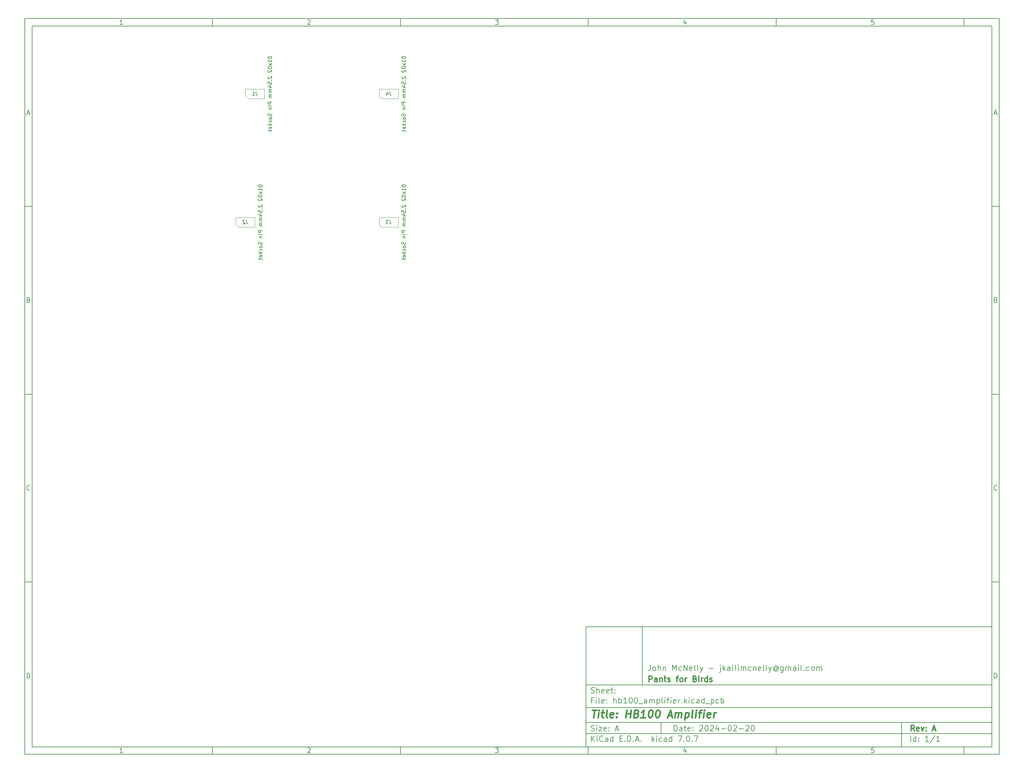
<source format=gbr>
%TF.GenerationSoftware,KiCad,Pcbnew,7.0.7*%
%TF.CreationDate,2024-02-20T22:27:51-08:00*%
%TF.ProjectId,hb100_amplifier,68623130-305f-4616-9d70-6c6966696572,A*%
%TF.SameCoordinates,PX42c1d80PY1c9c380*%
%TF.FileFunction,AssemblyDrawing,Bot*%
%FSLAX46Y46*%
G04 Gerber Fmt 4.6, Leading zero omitted, Abs format (unit mm)*
G04 Created by KiCad (PCBNEW 7.0.7) date 2024-02-20 22:27:51*
%MOMM*%
%LPD*%
G01*
G04 APERTURE LIST*
%ADD10C,0.100000*%
%ADD11C,0.150000*%
%ADD12C,0.300000*%
%ADD13C,0.400000*%
G04 APERTURE END LIST*
D10*
D11*
X89400000Y-141900000D02*
X197400000Y-141900000D01*
X197400000Y-173900000D01*
X89400000Y-173900000D01*
X89400000Y-141900000D01*
D10*
D11*
X-60000000Y20000000D02*
X199400000Y20000000D01*
X199400000Y-175900000D01*
X-60000000Y-175900000D01*
X-60000000Y20000000D01*
D10*
D11*
X-58000000Y18000000D02*
X197400000Y18000000D01*
X197400000Y-173900000D01*
X-58000000Y-173900000D01*
X-58000000Y18000000D01*
D10*
D11*
X-10000000Y18000000D02*
X-10000000Y20000000D01*
D10*
D11*
X40000000Y18000000D02*
X40000000Y20000000D01*
D10*
D11*
X90000000Y18000000D02*
X90000000Y20000000D01*
D10*
D11*
X140000000Y18000000D02*
X140000000Y20000000D01*
D10*
D11*
X190000000Y18000000D02*
X190000000Y20000000D01*
D10*
D11*
X-33910840Y18406396D02*
X-34653697Y18406396D01*
X-34282269Y18406396D02*
X-34282269Y19706396D01*
X-34282269Y19706396D02*
X-34406078Y19520681D01*
X-34406078Y19520681D02*
X-34529888Y19396872D01*
X-34529888Y19396872D02*
X-34653697Y19334967D01*
D10*
D11*
X15346303Y19582586D02*
X15408207Y19644491D01*
X15408207Y19644491D02*
X15532017Y19706396D01*
X15532017Y19706396D02*
X15841541Y19706396D01*
X15841541Y19706396D02*
X15965350Y19644491D01*
X15965350Y19644491D02*
X16027255Y19582586D01*
X16027255Y19582586D02*
X16089160Y19458777D01*
X16089160Y19458777D02*
X16089160Y19334967D01*
X16089160Y19334967D02*
X16027255Y19149253D01*
X16027255Y19149253D02*
X15284398Y18406396D01*
X15284398Y18406396D02*
X16089160Y18406396D01*
D10*
D11*
X65284398Y19706396D02*
X66089160Y19706396D01*
X66089160Y19706396D02*
X65655826Y19211158D01*
X65655826Y19211158D02*
X65841541Y19211158D01*
X65841541Y19211158D02*
X65965350Y19149253D01*
X65965350Y19149253D02*
X66027255Y19087348D01*
X66027255Y19087348D02*
X66089160Y18963539D01*
X66089160Y18963539D02*
X66089160Y18654015D01*
X66089160Y18654015D02*
X66027255Y18530205D01*
X66027255Y18530205D02*
X65965350Y18468300D01*
X65965350Y18468300D02*
X65841541Y18406396D01*
X65841541Y18406396D02*
X65470112Y18406396D01*
X65470112Y18406396D02*
X65346303Y18468300D01*
X65346303Y18468300D02*
X65284398Y18530205D01*
D10*
D11*
X115965350Y19273062D02*
X115965350Y18406396D01*
X115655826Y19768300D02*
X115346303Y18839729D01*
X115346303Y18839729D02*
X116151064Y18839729D01*
D10*
D11*
X166027255Y19706396D02*
X165408207Y19706396D01*
X165408207Y19706396D02*
X165346303Y19087348D01*
X165346303Y19087348D02*
X165408207Y19149253D01*
X165408207Y19149253D02*
X165532017Y19211158D01*
X165532017Y19211158D02*
X165841541Y19211158D01*
X165841541Y19211158D02*
X165965350Y19149253D01*
X165965350Y19149253D02*
X166027255Y19087348D01*
X166027255Y19087348D02*
X166089160Y18963539D01*
X166089160Y18963539D02*
X166089160Y18654015D01*
X166089160Y18654015D02*
X166027255Y18530205D01*
X166027255Y18530205D02*
X165965350Y18468300D01*
X165965350Y18468300D02*
X165841541Y18406396D01*
X165841541Y18406396D02*
X165532017Y18406396D01*
X165532017Y18406396D02*
X165408207Y18468300D01*
X165408207Y18468300D02*
X165346303Y18530205D01*
D10*
D11*
X-10000000Y-173900000D02*
X-10000000Y-175900000D01*
D10*
D11*
X40000000Y-173900000D02*
X40000000Y-175900000D01*
D10*
D11*
X90000000Y-173900000D02*
X90000000Y-175900000D01*
D10*
D11*
X140000000Y-173900000D02*
X140000000Y-175900000D01*
D10*
D11*
X190000000Y-173900000D02*
X190000000Y-175900000D01*
D10*
D11*
X-33910840Y-175493604D02*
X-34653697Y-175493604D01*
X-34282269Y-175493604D02*
X-34282269Y-174193604D01*
X-34282269Y-174193604D02*
X-34406078Y-174379319D01*
X-34406078Y-174379319D02*
X-34529888Y-174503128D01*
X-34529888Y-174503128D02*
X-34653697Y-174565033D01*
D10*
D11*
X15346303Y-174317414D02*
X15408207Y-174255509D01*
X15408207Y-174255509D02*
X15532017Y-174193604D01*
X15532017Y-174193604D02*
X15841541Y-174193604D01*
X15841541Y-174193604D02*
X15965350Y-174255509D01*
X15965350Y-174255509D02*
X16027255Y-174317414D01*
X16027255Y-174317414D02*
X16089160Y-174441223D01*
X16089160Y-174441223D02*
X16089160Y-174565033D01*
X16089160Y-174565033D02*
X16027255Y-174750747D01*
X16027255Y-174750747D02*
X15284398Y-175493604D01*
X15284398Y-175493604D02*
X16089160Y-175493604D01*
D10*
D11*
X65284398Y-174193604D02*
X66089160Y-174193604D01*
X66089160Y-174193604D02*
X65655826Y-174688842D01*
X65655826Y-174688842D02*
X65841541Y-174688842D01*
X65841541Y-174688842D02*
X65965350Y-174750747D01*
X65965350Y-174750747D02*
X66027255Y-174812652D01*
X66027255Y-174812652D02*
X66089160Y-174936461D01*
X66089160Y-174936461D02*
X66089160Y-175245985D01*
X66089160Y-175245985D02*
X66027255Y-175369795D01*
X66027255Y-175369795D02*
X65965350Y-175431700D01*
X65965350Y-175431700D02*
X65841541Y-175493604D01*
X65841541Y-175493604D02*
X65470112Y-175493604D01*
X65470112Y-175493604D02*
X65346303Y-175431700D01*
X65346303Y-175431700D02*
X65284398Y-175369795D01*
D10*
D11*
X115965350Y-174626938D02*
X115965350Y-175493604D01*
X115655826Y-174131700D02*
X115346303Y-175060271D01*
X115346303Y-175060271D02*
X116151064Y-175060271D01*
D10*
D11*
X166027255Y-174193604D02*
X165408207Y-174193604D01*
X165408207Y-174193604D02*
X165346303Y-174812652D01*
X165346303Y-174812652D02*
X165408207Y-174750747D01*
X165408207Y-174750747D02*
X165532017Y-174688842D01*
X165532017Y-174688842D02*
X165841541Y-174688842D01*
X165841541Y-174688842D02*
X165965350Y-174750747D01*
X165965350Y-174750747D02*
X166027255Y-174812652D01*
X166027255Y-174812652D02*
X166089160Y-174936461D01*
X166089160Y-174936461D02*
X166089160Y-175245985D01*
X166089160Y-175245985D02*
X166027255Y-175369795D01*
X166027255Y-175369795D02*
X165965350Y-175431700D01*
X165965350Y-175431700D02*
X165841541Y-175493604D01*
X165841541Y-175493604D02*
X165532017Y-175493604D01*
X165532017Y-175493604D02*
X165408207Y-175431700D01*
X165408207Y-175431700D02*
X165346303Y-175369795D01*
D10*
D11*
X-60000000Y-30000000D02*
X-58000000Y-30000000D01*
D10*
D11*
X-60000000Y-80000000D02*
X-58000000Y-80000000D01*
D10*
D11*
X-60000000Y-130000000D02*
X-58000000Y-130000000D01*
D10*
D11*
X-59309524Y-5222176D02*
X-58690477Y-5222176D01*
X-59433334Y-5593604D02*
X-59000001Y-4293604D01*
X-59000001Y-4293604D02*
X-58566667Y-5593604D01*
D10*
D11*
X-58907143Y-54912652D02*
X-58721429Y-54974557D01*
X-58721429Y-54974557D02*
X-58659524Y-55036461D01*
X-58659524Y-55036461D02*
X-58597620Y-55160271D01*
X-58597620Y-55160271D02*
X-58597620Y-55345985D01*
X-58597620Y-55345985D02*
X-58659524Y-55469795D01*
X-58659524Y-55469795D02*
X-58721429Y-55531700D01*
X-58721429Y-55531700D02*
X-58845239Y-55593604D01*
X-58845239Y-55593604D02*
X-59340477Y-55593604D01*
X-59340477Y-55593604D02*
X-59340477Y-54293604D01*
X-59340477Y-54293604D02*
X-58907143Y-54293604D01*
X-58907143Y-54293604D02*
X-58783334Y-54355509D01*
X-58783334Y-54355509D02*
X-58721429Y-54417414D01*
X-58721429Y-54417414D02*
X-58659524Y-54541223D01*
X-58659524Y-54541223D02*
X-58659524Y-54665033D01*
X-58659524Y-54665033D02*
X-58721429Y-54788842D01*
X-58721429Y-54788842D02*
X-58783334Y-54850747D01*
X-58783334Y-54850747D02*
X-58907143Y-54912652D01*
X-58907143Y-54912652D02*
X-59340477Y-54912652D01*
D10*
D11*
X-58597620Y-105469795D02*
X-58659524Y-105531700D01*
X-58659524Y-105531700D02*
X-58845239Y-105593604D01*
X-58845239Y-105593604D02*
X-58969048Y-105593604D01*
X-58969048Y-105593604D02*
X-59154762Y-105531700D01*
X-59154762Y-105531700D02*
X-59278572Y-105407890D01*
X-59278572Y-105407890D02*
X-59340477Y-105284080D01*
X-59340477Y-105284080D02*
X-59402381Y-105036461D01*
X-59402381Y-105036461D02*
X-59402381Y-104850747D01*
X-59402381Y-104850747D02*
X-59340477Y-104603128D01*
X-59340477Y-104603128D02*
X-59278572Y-104479319D01*
X-59278572Y-104479319D02*
X-59154762Y-104355509D01*
X-59154762Y-104355509D02*
X-58969048Y-104293604D01*
X-58969048Y-104293604D02*
X-58845239Y-104293604D01*
X-58845239Y-104293604D02*
X-58659524Y-104355509D01*
X-58659524Y-104355509D02*
X-58597620Y-104417414D01*
D10*
D11*
X-59340477Y-155593604D02*
X-59340477Y-154293604D01*
X-59340477Y-154293604D02*
X-59030953Y-154293604D01*
X-59030953Y-154293604D02*
X-58845239Y-154355509D01*
X-58845239Y-154355509D02*
X-58721429Y-154479319D01*
X-58721429Y-154479319D02*
X-58659524Y-154603128D01*
X-58659524Y-154603128D02*
X-58597620Y-154850747D01*
X-58597620Y-154850747D02*
X-58597620Y-155036461D01*
X-58597620Y-155036461D02*
X-58659524Y-155284080D01*
X-58659524Y-155284080D02*
X-58721429Y-155407890D01*
X-58721429Y-155407890D02*
X-58845239Y-155531700D01*
X-58845239Y-155531700D02*
X-59030953Y-155593604D01*
X-59030953Y-155593604D02*
X-59340477Y-155593604D01*
D10*
D11*
X199400000Y-30000000D02*
X197400000Y-30000000D01*
D10*
D11*
X199400000Y-80000000D02*
X197400000Y-80000000D01*
D10*
D11*
X199400000Y-130000000D02*
X197400000Y-130000000D01*
D10*
D11*
X198090476Y-5222176D02*
X198709523Y-5222176D01*
X197966666Y-5593604D02*
X198399999Y-4293604D01*
X198399999Y-4293604D02*
X198833333Y-5593604D01*
D10*
D11*
X198492857Y-54912652D02*
X198678571Y-54974557D01*
X198678571Y-54974557D02*
X198740476Y-55036461D01*
X198740476Y-55036461D02*
X198802380Y-55160271D01*
X198802380Y-55160271D02*
X198802380Y-55345985D01*
X198802380Y-55345985D02*
X198740476Y-55469795D01*
X198740476Y-55469795D02*
X198678571Y-55531700D01*
X198678571Y-55531700D02*
X198554761Y-55593604D01*
X198554761Y-55593604D02*
X198059523Y-55593604D01*
X198059523Y-55593604D02*
X198059523Y-54293604D01*
X198059523Y-54293604D02*
X198492857Y-54293604D01*
X198492857Y-54293604D02*
X198616666Y-54355509D01*
X198616666Y-54355509D02*
X198678571Y-54417414D01*
X198678571Y-54417414D02*
X198740476Y-54541223D01*
X198740476Y-54541223D02*
X198740476Y-54665033D01*
X198740476Y-54665033D02*
X198678571Y-54788842D01*
X198678571Y-54788842D02*
X198616666Y-54850747D01*
X198616666Y-54850747D02*
X198492857Y-54912652D01*
X198492857Y-54912652D02*
X198059523Y-54912652D01*
D10*
D11*
X198802380Y-105469795D02*
X198740476Y-105531700D01*
X198740476Y-105531700D02*
X198554761Y-105593604D01*
X198554761Y-105593604D02*
X198430952Y-105593604D01*
X198430952Y-105593604D02*
X198245238Y-105531700D01*
X198245238Y-105531700D02*
X198121428Y-105407890D01*
X198121428Y-105407890D02*
X198059523Y-105284080D01*
X198059523Y-105284080D02*
X197997619Y-105036461D01*
X197997619Y-105036461D02*
X197997619Y-104850747D01*
X197997619Y-104850747D02*
X198059523Y-104603128D01*
X198059523Y-104603128D02*
X198121428Y-104479319D01*
X198121428Y-104479319D02*
X198245238Y-104355509D01*
X198245238Y-104355509D02*
X198430952Y-104293604D01*
X198430952Y-104293604D02*
X198554761Y-104293604D01*
X198554761Y-104293604D02*
X198740476Y-104355509D01*
X198740476Y-104355509D02*
X198802380Y-104417414D01*
D10*
D11*
X198059523Y-155593604D02*
X198059523Y-154293604D01*
X198059523Y-154293604D02*
X198369047Y-154293604D01*
X198369047Y-154293604D02*
X198554761Y-154355509D01*
X198554761Y-154355509D02*
X198678571Y-154479319D01*
X198678571Y-154479319D02*
X198740476Y-154603128D01*
X198740476Y-154603128D02*
X198802380Y-154850747D01*
X198802380Y-154850747D02*
X198802380Y-155036461D01*
X198802380Y-155036461D02*
X198740476Y-155284080D01*
X198740476Y-155284080D02*
X198678571Y-155407890D01*
X198678571Y-155407890D02*
X198554761Y-155531700D01*
X198554761Y-155531700D02*
X198369047Y-155593604D01*
X198369047Y-155593604D02*
X198059523Y-155593604D01*
D10*
D11*
X112855826Y-169686128D02*
X112855826Y-168186128D01*
X112855826Y-168186128D02*
X113212969Y-168186128D01*
X113212969Y-168186128D02*
X113427255Y-168257557D01*
X113427255Y-168257557D02*
X113570112Y-168400414D01*
X113570112Y-168400414D02*
X113641541Y-168543271D01*
X113641541Y-168543271D02*
X113712969Y-168828985D01*
X113712969Y-168828985D02*
X113712969Y-169043271D01*
X113712969Y-169043271D02*
X113641541Y-169328985D01*
X113641541Y-169328985D02*
X113570112Y-169471842D01*
X113570112Y-169471842D02*
X113427255Y-169614700D01*
X113427255Y-169614700D02*
X113212969Y-169686128D01*
X113212969Y-169686128D02*
X112855826Y-169686128D01*
X114998684Y-169686128D02*
X114998684Y-168900414D01*
X114998684Y-168900414D02*
X114927255Y-168757557D01*
X114927255Y-168757557D02*
X114784398Y-168686128D01*
X114784398Y-168686128D02*
X114498684Y-168686128D01*
X114498684Y-168686128D02*
X114355826Y-168757557D01*
X114998684Y-169614700D02*
X114855826Y-169686128D01*
X114855826Y-169686128D02*
X114498684Y-169686128D01*
X114498684Y-169686128D02*
X114355826Y-169614700D01*
X114355826Y-169614700D02*
X114284398Y-169471842D01*
X114284398Y-169471842D02*
X114284398Y-169328985D01*
X114284398Y-169328985D02*
X114355826Y-169186128D01*
X114355826Y-169186128D02*
X114498684Y-169114700D01*
X114498684Y-169114700D02*
X114855826Y-169114700D01*
X114855826Y-169114700D02*
X114998684Y-169043271D01*
X115498684Y-168686128D02*
X116070112Y-168686128D01*
X115712969Y-168186128D02*
X115712969Y-169471842D01*
X115712969Y-169471842D02*
X115784398Y-169614700D01*
X115784398Y-169614700D02*
X115927255Y-169686128D01*
X115927255Y-169686128D02*
X116070112Y-169686128D01*
X117141541Y-169614700D02*
X116998684Y-169686128D01*
X116998684Y-169686128D02*
X116712970Y-169686128D01*
X116712970Y-169686128D02*
X116570112Y-169614700D01*
X116570112Y-169614700D02*
X116498684Y-169471842D01*
X116498684Y-169471842D02*
X116498684Y-168900414D01*
X116498684Y-168900414D02*
X116570112Y-168757557D01*
X116570112Y-168757557D02*
X116712970Y-168686128D01*
X116712970Y-168686128D02*
X116998684Y-168686128D01*
X116998684Y-168686128D02*
X117141541Y-168757557D01*
X117141541Y-168757557D02*
X117212970Y-168900414D01*
X117212970Y-168900414D02*
X117212970Y-169043271D01*
X117212970Y-169043271D02*
X116498684Y-169186128D01*
X117855826Y-169543271D02*
X117927255Y-169614700D01*
X117927255Y-169614700D02*
X117855826Y-169686128D01*
X117855826Y-169686128D02*
X117784398Y-169614700D01*
X117784398Y-169614700D02*
X117855826Y-169543271D01*
X117855826Y-169543271D02*
X117855826Y-169686128D01*
X117855826Y-168757557D02*
X117927255Y-168828985D01*
X117927255Y-168828985D02*
X117855826Y-168900414D01*
X117855826Y-168900414D02*
X117784398Y-168828985D01*
X117784398Y-168828985D02*
X117855826Y-168757557D01*
X117855826Y-168757557D02*
X117855826Y-168900414D01*
X119641541Y-168328985D02*
X119712969Y-168257557D01*
X119712969Y-168257557D02*
X119855827Y-168186128D01*
X119855827Y-168186128D02*
X120212969Y-168186128D01*
X120212969Y-168186128D02*
X120355827Y-168257557D01*
X120355827Y-168257557D02*
X120427255Y-168328985D01*
X120427255Y-168328985D02*
X120498684Y-168471842D01*
X120498684Y-168471842D02*
X120498684Y-168614700D01*
X120498684Y-168614700D02*
X120427255Y-168828985D01*
X120427255Y-168828985D02*
X119570112Y-169686128D01*
X119570112Y-169686128D02*
X120498684Y-169686128D01*
X121427255Y-168186128D02*
X121570112Y-168186128D01*
X121570112Y-168186128D02*
X121712969Y-168257557D01*
X121712969Y-168257557D02*
X121784398Y-168328985D01*
X121784398Y-168328985D02*
X121855826Y-168471842D01*
X121855826Y-168471842D02*
X121927255Y-168757557D01*
X121927255Y-168757557D02*
X121927255Y-169114700D01*
X121927255Y-169114700D02*
X121855826Y-169400414D01*
X121855826Y-169400414D02*
X121784398Y-169543271D01*
X121784398Y-169543271D02*
X121712969Y-169614700D01*
X121712969Y-169614700D02*
X121570112Y-169686128D01*
X121570112Y-169686128D02*
X121427255Y-169686128D01*
X121427255Y-169686128D02*
X121284398Y-169614700D01*
X121284398Y-169614700D02*
X121212969Y-169543271D01*
X121212969Y-169543271D02*
X121141540Y-169400414D01*
X121141540Y-169400414D02*
X121070112Y-169114700D01*
X121070112Y-169114700D02*
X121070112Y-168757557D01*
X121070112Y-168757557D02*
X121141540Y-168471842D01*
X121141540Y-168471842D02*
X121212969Y-168328985D01*
X121212969Y-168328985D02*
X121284398Y-168257557D01*
X121284398Y-168257557D02*
X121427255Y-168186128D01*
X122498683Y-168328985D02*
X122570111Y-168257557D01*
X122570111Y-168257557D02*
X122712969Y-168186128D01*
X122712969Y-168186128D02*
X123070111Y-168186128D01*
X123070111Y-168186128D02*
X123212969Y-168257557D01*
X123212969Y-168257557D02*
X123284397Y-168328985D01*
X123284397Y-168328985D02*
X123355826Y-168471842D01*
X123355826Y-168471842D02*
X123355826Y-168614700D01*
X123355826Y-168614700D02*
X123284397Y-168828985D01*
X123284397Y-168828985D02*
X122427254Y-169686128D01*
X122427254Y-169686128D02*
X123355826Y-169686128D01*
X124641540Y-168686128D02*
X124641540Y-169686128D01*
X124284397Y-168114700D02*
X123927254Y-169186128D01*
X123927254Y-169186128D02*
X124855825Y-169186128D01*
X125427253Y-169114700D02*
X126570111Y-169114700D01*
X127570111Y-168186128D02*
X127712968Y-168186128D01*
X127712968Y-168186128D02*
X127855825Y-168257557D01*
X127855825Y-168257557D02*
X127927254Y-168328985D01*
X127927254Y-168328985D02*
X127998682Y-168471842D01*
X127998682Y-168471842D02*
X128070111Y-168757557D01*
X128070111Y-168757557D02*
X128070111Y-169114700D01*
X128070111Y-169114700D02*
X127998682Y-169400414D01*
X127998682Y-169400414D02*
X127927254Y-169543271D01*
X127927254Y-169543271D02*
X127855825Y-169614700D01*
X127855825Y-169614700D02*
X127712968Y-169686128D01*
X127712968Y-169686128D02*
X127570111Y-169686128D01*
X127570111Y-169686128D02*
X127427254Y-169614700D01*
X127427254Y-169614700D02*
X127355825Y-169543271D01*
X127355825Y-169543271D02*
X127284396Y-169400414D01*
X127284396Y-169400414D02*
X127212968Y-169114700D01*
X127212968Y-169114700D02*
X127212968Y-168757557D01*
X127212968Y-168757557D02*
X127284396Y-168471842D01*
X127284396Y-168471842D02*
X127355825Y-168328985D01*
X127355825Y-168328985D02*
X127427254Y-168257557D01*
X127427254Y-168257557D02*
X127570111Y-168186128D01*
X128641539Y-168328985D02*
X128712967Y-168257557D01*
X128712967Y-168257557D02*
X128855825Y-168186128D01*
X128855825Y-168186128D02*
X129212967Y-168186128D01*
X129212967Y-168186128D02*
X129355825Y-168257557D01*
X129355825Y-168257557D02*
X129427253Y-168328985D01*
X129427253Y-168328985D02*
X129498682Y-168471842D01*
X129498682Y-168471842D02*
X129498682Y-168614700D01*
X129498682Y-168614700D02*
X129427253Y-168828985D01*
X129427253Y-168828985D02*
X128570110Y-169686128D01*
X128570110Y-169686128D02*
X129498682Y-169686128D01*
X130141538Y-169114700D02*
X131284396Y-169114700D01*
X131927253Y-168328985D02*
X131998681Y-168257557D01*
X131998681Y-168257557D02*
X132141539Y-168186128D01*
X132141539Y-168186128D02*
X132498681Y-168186128D01*
X132498681Y-168186128D02*
X132641539Y-168257557D01*
X132641539Y-168257557D02*
X132712967Y-168328985D01*
X132712967Y-168328985D02*
X132784396Y-168471842D01*
X132784396Y-168471842D02*
X132784396Y-168614700D01*
X132784396Y-168614700D02*
X132712967Y-168828985D01*
X132712967Y-168828985D02*
X131855824Y-169686128D01*
X131855824Y-169686128D02*
X132784396Y-169686128D01*
X133712967Y-168186128D02*
X133855824Y-168186128D01*
X133855824Y-168186128D02*
X133998681Y-168257557D01*
X133998681Y-168257557D02*
X134070110Y-168328985D01*
X134070110Y-168328985D02*
X134141538Y-168471842D01*
X134141538Y-168471842D02*
X134212967Y-168757557D01*
X134212967Y-168757557D02*
X134212967Y-169114700D01*
X134212967Y-169114700D02*
X134141538Y-169400414D01*
X134141538Y-169400414D02*
X134070110Y-169543271D01*
X134070110Y-169543271D02*
X133998681Y-169614700D01*
X133998681Y-169614700D02*
X133855824Y-169686128D01*
X133855824Y-169686128D02*
X133712967Y-169686128D01*
X133712967Y-169686128D02*
X133570110Y-169614700D01*
X133570110Y-169614700D02*
X133498681Y-169543271D01*
X133498681Y-169543271D02*
X133427252Y-169400414D01*
X133427252Y-169400414D02*
X133355824Y-169114700D01*
X133355824Y-169114700D02*
X133355824Y-168757557D01*
X133355824Y-168757557D02*
X133427252Y-168471842D01*
X133427252Y-168471842D02*
X133498681Y-168328985D01*
X133498681Y-168328985D02*
X133570110Y-168257557D01*
X133570110Y-168257557D02*
X133712967Y-168186128D01*
D10*
D11*
X89400000Y-170400000D02*
X197400000Y-170400000D01*
D10*
D11*
X90855826Y-172486128D02*
X90855826Y-170986128D01*
X91712969Y-172486128D02*
X91070112Y-171628985D01*
X91712969Y-170986128D02*
X90855826Y-171843271D01*
X92355826Y-172486128D02*
X92355826Y-171486128D01*
X92355826Y-170986128D02*
X92284398Y-171057557D01*
X92284398Y-171057557D02*
X92355826Y-171128985D01*
X92355826Y-171128985D02*
X92427255Y-171057557D01*
X92427255Y-171057557D02*
X92355826Y-170986128D01*
X92355826Y-170986128D02*
X92355826Y-171128985D01*
X93927255Y-172343271D02*
X93855827Y-172414700D01*
X93855827Y-172414700D02*
X93641541Y-172486128D01*
X93641541Y-172486128D02*
X93498684Y-172486128D01*
X93498684Y-172486128D02*
X93284398Y-172414700D01*
X93284398Y-172414700D02*
X93141541Y-172271842D01*
X93141541Y-172271842D02*
X93070112Y-172128985D01*
X93070112Y-172128985D02*
X92998684Y-171843271D01*
X92998684Y-171843271D02*
X92998684Y-171628985D01*
X92998684Y-171628985D02*
X93070112Y-171343271D01*
X93070112Y-171343271D02*
X93141541Y-171200414D01*
X93141541Y-171200414D02*
X93284398Y-171057557D01*
X93284398Y-171057557D02*
X93498684Y-170986128D01*
X93498684Y-170986128D02*
X93641541Y-170986128D01*
X93641541Y-170986128D02*
X93855827Y-171057557D01*
X93855827Y-171057557D02*
X93927255Y-171128985D01*
X95212970Y-172486128D02*
X95212970Y-171700414D01*
X95212970Y-171700414D02*
X95141541Y-171557557D01*
X95141541Y-171557557D02*
X94998684Y-171486128D01*
X94998684Y-171486128D02*
X94712970Y-171486128D01*
X94712970Y-171486128D02*
X94570112Y-171557557D01*
X95212970Y-172414700D02*
X95070112Y-172486128D01*
X95070112Y-172486128D02*
X94712970Y-172486128D01*
X94712970Y-172486128D02*
X94570112Y-172414700D01*
X94570112Y-172414700D02*
X94498684Y-172271842D01*
X94498684Y-172271842D02*
X94498684Y-172128985D01*
X94498684Y-172128985D02*
X94570112Y-171986128D01*
X94570112Y-171986128D02*
X94712970Y-171914700D01*
X94712970Y-171914700D02*
X95070112Y-171914700D01*
X95070112Y-171914700D02*
X95212970Y-171843271D01*
X96570113Y-172486128D02*
X96570113Y-170986128D01*
X96570113Y-172414700D02*
X96427255Y-172486128D01*
X96427255Y-172486128D02*
X96141541Y-172486128D01*
X96141541Y-172486128D02*
X95998684Y-172414700D01*
X95998684Y-172414700D02*
X95927255Y-172343271D01*
X95927255Y-172343271D02*
X95855827Y-172200414D01*
X95855827Y-172200414D02*
X95855827Y-171771842D01*
X95855827Y-171771842D02*
X95927255Y-171628985D01*
X95927255Y-171628985D02*
X95998684Y-171557557D01*
X95998684Y-171557557D02*
X96141541Y-171486128D01*
X96141541Y-171486128D02*
X96427255Y-171486128D01*
X96427255Y-171486128D02*
X96570113Y-171557557D01*
X98427255Y-171700414D02*
X98927255Y-171700414D01*
X99141541Y-172486128D02*
X98427255Y-172486128D01*
X98427255Y-172486128D02*
X98427255Y-170986128D01*
X98427255Y-170986128D02*
X99141541Y-170986128D01*
X99784398Y-172343271D02*
X99855827Y-172414700D01*
X99855827Y-172414700D02*
X99784398Y-172486128D01*
X99784398Y-172486128D02*
X99712970Y-172414700D01*
X99712970Y-172414700D02*
X99784398Y-172343271D01*
X99784398Y-172343271D02*
X99784398Y-172486128D01*
X100498684Y-172486128D02*
X100498684Y-170986128D01*
X100498684Y-170986128D02*
X100855827Y-170986128D01*
X100855827Y-170986128D02*
X101070113Y-171057557D01*
X101070113Y-171057557D02*
X101212970Y-171200414D01*
X101212970Y-171200414D02*
X101284399Y-171343271D01*
X101284399Y-171343271D02*
X101355827Y-171628985D01*
X101355827Y-171628985D02*
X101355827Y-171843271D01*
X101355827Y-171843271D02*
X101284399Y-172128985D01*
X101284399Y-172128985D02*
X101212970Y-172271842D01*
X101212970Y-172271842D02*
X101070113Y-172414700D01*
X101070113Y-172414700D02*
X100855827Y-172486128D01*
X100855827Y-172486128D02*
X100498684Y-172486128D01*
X101998684Y-172343271D02*
X102070113Y-172414700D01*
X102070113Y-172414700D02*
X101998684Y-172486128D01*
X101998684Y-172486128D02*
X101927256Y-172414700D01*
X101927256Y-172414700D02*
X101998684Y-172343271D01*
X101998684Y-172343271D02*
X101998684Y-172486128D01*
X102641542Y-172057557D02*
X103355828Y-172057557D01*
X102498685Y-172486128D02*
X102998685Y-170986128D01*
X102998685Y-170986128D02*
X103498685Y-172486128D01*
X103998684Y-172343271D02*
X104070113Y-172414700D01*
X104070113Y-172414700D02*
X103998684Y-172486128D01*
X103998684Y-172486128D02*
X103927256Y-172414700D01*
X103927256Y-172414700D02*
X103998684Y-172343271D01*
X103998684Y-172343271D02*
X103998684Y-172486128D01*
X106998684Y-172486128D02*
X106998684Y-170986128D01*
X107141542Y-171914700D02*
X107570113Y-172486128D01*
X107570113Y-171486128D02*
X106998684Y-172057557D01*
X108212970Y-172486128D02*
X108212970Y-171486128D01*
X108212970Y-170986128D02*
X108141542Y-171057557D01*
X108141542Y-171057557D02*
X108212970Y-171128985D01*
X108212970Y-171128985D02*
X108284399Y-171057557D01*
X108284399Y-171057557D02*
X108212970Y-170986128D01*
X108212970Y-170986128D02*
X108212970Y-171128985D01*
X109570114Y-172414700D02*
X109427256Y-172486128D01*
X109427256Y-172486128D02*
X109141542Y-172486128D01*
X109141542Y-172486128D02*
X108998685Y-172414700D01*
X108998685Y-172414700D02*
X108927256Y-172343271D01*
X108927256Y-172343271D02*
X108855828Y-172200414D01*
X108855828Y-172200414D02*
X108855828Y-171771842D01*
X108855828Y-171771842D02*
X108927256Y-171628985D01*
X108927256Y-171628985D02*
X108998685Y-171557557D01*
X108998685Y-171557557D02*
X109141542Y-171486128D01*
X109141542Y-171486128D02*
X109427256Y-171486128D01*
X109427256Y-171486128D02*
X109570114Y-171557557D01*
X110855828Y-172486128D02*
X110855828Y-171700414D01*
X110855828Y-171700414D02*
X110784399Y-171557557D01*
X110784399Y-171557557D02*
X110641542Y-171486128D01*
X110641542Y-171486128D02*
X110355828Y-171486128D01*
X110355828Y-171486128D02*
X110212970Y-171557557D01*
X110855828Y-172414700D02*
X110712970Y-172486128D01*
X110712970Y-172486128D02*
X110355828Y-172486128D01*
X110355828Y-172486128D02*
X110212970Y-172414700D01*
X110212970Y-172414700D02*
X110141542Y-172271842D01*
X110141542Y-172271842D02*
X110141542Y-172128985D01*
X110141542Y-172128985D02*
X110212970Y-171986128D01*
X110212970Y-171986128D02*
X110355828Y-171914700D01*
X110355828Y-171914700D02*
X110712970Y-171914700D01*
X110712970Y-171914700D02*
X110855828Y-171843271D01*
X112212971Y-172486128D02*
X112212971Y-170986128D01*
X112212971Y-172414700D02*
X112070113Y-172486128D01*
X112070113Y-172486128D02*
X111784399Y-172486128D01*
X111784399Y-172486128D02*
X111641542Y-172414700D01*
X111641542Y-172414700D02*
X111570113Y-172343271D01*
X111570113Y-172343271D02*
X111498685Y-172200414D01*
X111498685Y-172200414D02*
X111498685Y-171771842D01*
X111498685Y-171771842D02*
X111570113Y-171628985D01*
X111570113Y-171628985D02*
X111641542Y-171557557D01*
X111641542Y-171557557D02*
X111784399Y-171486128D01*
X111784399Y-171486128D02*
X112070113Y-171486128D01*
X112070113Y-171486128D02*
X112212971Y-171557557D01*
X113927256Y-170986128D02*
X114927256Y-170986128D01*
X114927256Y-170986128D02*
X114284399Y-172486128D01*
X115498684Y-172343271D02*
X115570113Y-172414700D01*
X115570113Y-172414700D02*
X115498684Y-172486128D01*
X115498684Y-172486128D02*
X115427256Y-172414700D01*
X115427256Y-172414700D02*
X115498684Y-172343271D01*
X115498684Y-172343271D02*
X115498684Y-172486128D01*
X116498685Y-170986128D02*
X116641542Y-170986128D01*
X116641542Y-170986128D02*
X116784399Y-171057557D01*
X116784399Y-171057557D02*
X116855828Y-171128985D01*
X116855828Y-171128985D02*
X116927256Y-171271842D01*
X116927256Y-171271842D02*
X116998685Y-171557557D01*
X116998685Y-171557557D02*
X116998685Y-171914700D01*
X116998685Y-171914700D02*
X116927256Y-172200414D01*
X116927256Y-172200414D02*
X116855828Y-172343271D01*
X116855828Y-172343271D02*
X116784399Y-172414700D01*
X116784399Y-172414700D02*
X116641542Y-172486128D01*
X116641542Y-172486128D02*
X116498685Y-172486128D01*
X116498685Y-172486128D02*
X116355828Y-172414700D01*
X116355828Y-172414700D02*
X116284399Y-172343271D01*
X116284399Y-172343271D02*
X116212970Y-172200414D01*
X116212970Y-172200414D02*
X116141542Y-171914700D01*
X116141542Y-171914700D02*
X116141542Y-171557557D01*
X116141542Y-171557557D02*
X116212970Y-171271842D01*
X116212970Y-171271842D02*
X116284399Y-171128985D01*
X116284399Y-171128985D02*
X116355828Y-171057557D01*
X116355828Y-171057557D02*
X116498685Y-170986128D01*
X117641541Y-172343271D02*
X117712970Y-172414700D01*
X117712970Y-172414700D02*
X117641541Y-172486128D01*
X117641541Y-172486128D02*
X117570113Y-172414700D01*
X117570113Y-172414700D02*
X117641541Y-172343271D01*
X117641541Y-172343271D02*
X117641541Y-172486128D01*
X118212970Y-170986128D02*
X119212970Y-170986128D01*
X119212970Y-170986128D02*
X118570113Y-172486128D01*
D10*
D11*
X89400000Y-167400000D02*
X197400000Y-167400000D01*
D10*
D12*
X176811653Y-169678328D02*
X176311653Y-168964042D01*
X175954510Y-169678328D02*
X175954510Y-168178328D01*
X175954510Y-168178328D02*
X176525939Y-168178328D01*
X176525939Y-168178328D02*
X176668796Y-168249757D01*
X176668796Y-168249757D02*
X176740225Y-168321185D01*
X176740225Y-168321185D02*
X176811653Y-168464042D01*
X176811653Y-168464042D02*
X176811653Y-168678328D01*
X176811653Y-168678328D02*
X176740225Y-168821185D01*
X176740225Y-168821185D02*
X176668796Y-168892614D01*
X176668796Y-168892614D02*
X176525939Y-168964042D01*
X176525939Y-168964042D02*
X175954510Y-168964042D01*
X178025939Y-169606900D02*
X177883082Y-169678328D01*
X177883082Y-169678328D02*
X177597368Y-169678328D01*
X177597368Y-169678328D02*
X177454510Y-169606900D01*
X177454510Y-169606900D02*
X177383082Y-169464042D01*
X177383082Y-169464042D02*
X177383082Y-168892614D01*
X177383082Y-168892614D02*
X177454510Y-168749757D01*
X177454510Y-168749757D02*
X177597368Y-168678328D01*
X177597368Y-168678328D02*
X177883082Y-168678328D01*
X177883082Y-168678328D02*
X178025939Y-168749757D01*
X178025939Y-168749757D02*
X178097368Y-168892614D01*
X178097368Y-168892614D02*
X178097368Y-169035471D01*
X178097368Y-169035471D02*
X177383082Y-169178328D01*
X178597367Y-168678328D02*
X178954510Y-169678328D01*
X178954510Y-169678328D02*
X179311653Y-168678328D01*
X179883081Y-169535471D02*
X179954510Y-169606900D01*
X179954510Y-169606900D02*
X179883081Y-169678328D01*
X179883081Y-169678328D02*
X179811653Y-169606900D01*
X179811653Y-169606900D02*
X179883081Y-169535471D01*
X179883081Y-169535471D02*
X179883081Y-169678328D01*
X179883081Y-168749757D02*
X179954510Y-168821185D01*
X179954510Y-168821185D02*
X179883081Y-168892614D01*
X179883081Y-168892614D02*
X179811653Y-168821185D01*
X179811653Y-168821185D02*
X179883081Y-168749757D01*
X179883081Y-168749757D02*
X179883081Y-168892614D01*
X181668796Y-169249757D02*
X182383082Y-169249757D01*
X181525939Y-169678328D02*
X182025939Y-168178328D01*
X182025939Y-168178328D02*
X182525939Y-169678328D01*
D10*
D11*
X90784398Y-169614700D02*
X90998684Y-169686128D01*
X90998684Y-169686128D02*
X91355826Y-169686128D01*
X91355826Y-169686128D02*
X91498684Y-169614700D01*
X91498684Y-169614700D02*
X91570112Y-169543271D01*
X91570112Y-169543271D02*
X91641541Y-169400414D01*
X91641541Y-169400414D02*
X91641541Y-169257557D01*
X91641541Y-169257557D02*
X91570112Y-169114700D01*
X91570112Y-169114700D02*
X91498684Y-169043271D01*
X91498684Y-169043271D02*
X91355826Y-168971842D01*
X91355826Y-168971842D02*
X91070112Y-168900414D01*
X91070112Y-168900414D02*
X90927255Y-168828985D01*
X90927255Y-168828985D02*
X90855826Y-168757557D01*
X90855826Y-168757557D02*
X90784398Y-168614700D01*
X90784398Y-168614700D02*
X90784398Y-168471842D01*
X90784398Y-168471842D02*
X90855826Y-168328985D01*
X90855826Y-168328985D02*
X90927255Y-168257557D01*
X90927255Y-168257557D02*
X91070112Y-168186128D01*
X91070112Y-168186128D02*
X91427255Y-168186128D01*
X91427255Y-168186128D02*
X91641541Y-168257557D01*
X92284397Y-169686128D02*
X92284397Y-168686128D01*
X92284397Y-168186128D02*
X92212969Y-168257557D01*
X92212969Y-168257557D02*
X92284397Y-168328985D01*
X92284397Y-168328985D02*
X92355826Y-168257557D01*
X92355826Y-168257557D02*
X92284397Y-168186128D01*
X92284397Y-168186128D02*
X92284397Y-168328985D01*
X92855826Y-168686128D02*
X93641541Y-168686128D01*
X93641541Y-168686128D02*
X92855826Y-169686128D01*
X92855826Y-169686128D02*
X93641541Y-169686128D01*
X94784398Y-169614700D02*
X94641541Y-169686128D01*
X94641541Y-169686128D02*
X94355827Y-169686128D01*
X94355827Y-169686128D02*
X94212969Y-169614700D01*
X94212969Y-169614700D02*
X94141541Y-169471842D01*
X94141541Y-169471842D02*
X94141541Y-168900414D01*
X94141541Y-168900414D02*
X94212969Y-168757557D01*
X94212969Y-168757557D02*
X94355827Y-168686128D01*
X94355827Y-168686128D02*
X94641541Y-168686128D01*
X94641541Y-168686128D02*
X94784398Y-168757557D01*
X94784398Y-168757557D02*
X94855827Y-168900414D01*
X94855827Y-168900414D02*
X94855827Y-169043271D01*
X94855827Y-169043271D02*
X94141541Y-169186128D01*
X95498683Y-169543271D02*
X95570112Y-169614700D01*
X95570112Y-169614700D02*
X95498683Y-169686128D01*
X95498683Y-169686128D02*
X95427255Y-169614700D01*
X95427255Y-169614700D02*
X95498683Y-169543271D01*
X95498683Y-169543271D02*
X95498683Y-169686128D01*
X95498683Y-168757557D02*
X95570112Y-168828985D01*
X95570112Y-168828985D02*
X95498683Y-168900414D01*
X95498683Y-168900414D02*
X95427255Y-168828985D01*
X95427255Y-168828985D02*
X95498683Y-168757557D01*
X95498683Y-168757557D02*
X95498683Y-168900414D01*
X97284398Y-169257557D02*
X97998684Y-169257557D01*
X97141541Y-169686128D02*
X97641541Y-168186128D01*
X97641541Y-168186128D02*
X98141541Y-169686128D01*
D10*
D11*
X175855826Y-172486128D02*
X175855826Y-170986128D01*
X177212970Y-172486128D02*
X177212970Y-170986128D01*
X177212970Y-172414700D02*
X177070112Y-172486128D01*
X177070112Y-172486128D02*
X176784398Y-172486128D01*
X176784398Y-172486128D02*
X176641541Y-172414700D01*
X176641541Y-172414700D02*
X176570112Y-172343271D01*
X176570112Y-172343271D02*
X176498684Y-172200414D01*
X176498684Y-172200414D02*
X176498684Y-171771842D01*
X176498684Y-171771842D02*
X176570112Y-171628985D01*
X176570112Y-171628985D02*
X176641541Y-171557557D01*
X176641541Y-171557557D02*
X176784398Y-171486128D01*
X176784398Y-171486128D02*
X177070112Y-171486128D01*
X177070112Y-171486128D02*
X177212970Y-171557557D01*
X177927255Y-172343271D02*
X177998684Y-172414700D01*
X177998684Y-172414700D02*
X177927255Y-172486128D01*
X177927255Y-172486128D02*
X177855827Y-172414700D01*
X177855827Y-172414700D02*
X177927255Y-172343271D01*
X177927255Y-172343271D02*
X177927255Y-172486128D01*
X177927255Y-171557557D02*
X177998684Y-171628985D01*
X177998684Y-171628985D02*
X177927255Y-171700414D01*
X177927255Y-171700414D02*
X177855827Y-171628985D01*
X177855827Y-171628985D02*
X177927255Y-171557557D01*
X177927255Y-171557557D02*
X177927255Y-171700414D01*
X180570113Y-172486128D02*
X179712970Y-172486128D01*
X180141541Y-172486128D02*
X180141541Y-170986128D01*
X180141541Y-170986128D02*
X179998684Y-171200414D01*
X179998684Y-171200414D02*
X179855827Y-171343271D01*
X179855827Y-171343271D02*
X179712970Y-171414700D01*
X182284398Y-170914700D02*
X180998684Y-172843271D01*
X183570113Y-172486128D02*
X182712970Y-172486128D01*
X183141541Y-172486128D02*
X183141541Y-170986128D01*
X183141541Y-170986128D02*
X182998684Y-171200414D01*
X182998684Y-171200414D02*
X182855827Y-171343271D01*
X182855827Y-171343271D02*
X182712970Y-171414700D01*
D10*
D11*
X89400000Y-163400000D02*
X197400000Y-163400000D01*
D10*
D13*
X91091728Y-164104438D02*
X92234585Y-164104438D01*
X91413157Y-166104438D02*
X91663157Y-164104438D01*
X92651252Y-166104438D02*
X92817919Y-164771104D01*
X92901252Y-164104438D02*
X92794109Y-164199676D01*
X92794109Y-164199676D02*
X92877443Y-164294914D01*
X92877443Y-164294914D02*
X92984586Y-164199676D01*
X92984586Y-164199676D02*
X92901252Y-164104438D01*
X92901252Y-164104438D02*
X92877443Y-164294914D01*
X93484586Y-164771104D02*
X94246490Y-164771104D01*
X93853633Y-164104438D02*
X93639348Y-165818723D01*
X93639348Y-165818723D02*
X93710776Y-166009200D01*
X93710776Y-166009200D02*
X93889348Y-166104438D01*
X93889348Y-166104438D02*
X94079824Y-166104438D01*
X95032205Y-166104438D02*
X94853633Y-166009200D01*
X94853633Y-166009200D02*
X94782205Y-165818723D01*
X94782205Y-165818723D02*
X94996490Y-164104438D01*
X96567919Y-166009200D02*
X96365538Y-166104438D01*
X96365538Y-166104438D02*
X95984585Y-166104438D01*
X95984585Y-166104438D02*
X95806014Y-166009200D01*
X95806014Y-166009200D02*
X95734585Y-165818723D01*
X95734585Y-165818723D02*
X95829824Y-165056819D01*
X95829824Y-165056819D02*
X95948871Y-164866342D01*
X95948871Y-164866342D02*
X96151252Y-164771104D01*
X96151252Y-164771104D02*
X96532204Y-164771104D01*
X96532204Y-164771104D02*
X96710776Y-164866342D01*
X96710776Y-164866342D02*
X96782204Y-165056819D01*
X96782204Y-165056819D02*
X96758395Y-165247295D01*
X96758395Y-165247295D02*
X95782204Y-165437771D01*
X97532205Y-165913961D02*
X97615538Y-166009200D01*
X97615538Y-166009200D02*
X97508395Y-166104438D01*
X97508395Y-166104438D02*
X97425062Y-166009200D01*
X97425062Y-166009200D02*
X97532205Y-165913961D01*
X97532205Y-165913961D02*
X97508395Y-166104438D01*
X97663157Y-164866342D02*
X97746490Y-164961580D01*
X97746490Y-164961580D02*
X97639348Y-165056819D01*
X97639348Y-165056819D02*
X97556014Y-164961580D01*
X97556014Y-164961580D02*
X97663157Y-164866342D01*
X97663157Y-164866342D02*
X97639348Y-165056819D01*
X99984586Y-166104438D02*
X100234586Y-164104438D01*
X100115539Y-165056819D02*
X101258396Y-165056819D01*
X101127443Y-166104438D02*
X101377443Y-164104438D01*
X102877443Y-165056819D02*
X103151253Y-165152057D01*
X103151253Y-165152057D02*
X103234586Y-165247295D01*
X103234586Y-165247295D02*
X103306015Y-165437771D01*
X103306015Y-165437771D02*
X103270300Y-165723485D01*
X103270300Y-165723485D02*
X103151253Y-165913961D01*
X103151253Y-165913961D02*
X103044110Y-166009200D01*
X103044110Y-166009200D02*
X102841729Y-166104438D01*
X102841729Y-166104438D02*
X102079824Y-166104438D01*
X102079824Y-166104438D02*
X102329824Y-164104438D01*
X102329824Y-164104438D02*
X102996491Y-164104438D01*
X102996491Y-164104438D02*
X103175062Y-164199676D01*
X103175062Y-164199676D02*
X103258396Y-164294914D01*
X103258396Y-164294914D02*
X103329824Y-164485390D01*
X103329824Y-164485390D02*
X103306015Y-164675866D01*
X103306015Y-164675866D02*
X103186967Y-164866342D01*
X103186967Y-164866342D02*
X103079824Y-164961580D01*
X103079824Y-164961580D02*
X102877443Y-165056819D01*
X102877443Y-165056819D02*
X102210777Y-165056819D01*
X105127443Y-166104438D02*
X103984586Y-166104438D01*
X104556015Y-166104438D02*
X104806015Y-164104438D01*
X104806015Y-164104438D02*
X104579824Y-164390152D01*
X104579824Y-164390152D02*
X104365539Y-164580628D01*
X104365539Y-164580628D02*
X104163158Y-164675866D01*
X106615539Y-164104438D02*
X106806015Y-164104438D01*
X106806015Y-164104438D02*
X106984586Y-164199676D01*
X106984586Y-164199676D02*
X107067920Y-164294914D01*
X107067920Y-164294914D02*
X107139348Y-164485390D01*
X107139348Y-164485390D02*
X107186967Y-164866342D01*
X107186967Y-164866342D02*
X107127443Y-165342533D01*
X107127443Y-165342533D02*
X106984586Y-165723485D01*
X106984586Y-165723485D02*
X106865539Y-165913961D01*
X106865539Y-165913961D02*
X106758396Y-166009200D01*
X106758396Y-166009200D02*
X106556015Y-166104438D01*
X106556015Y-166104438D02*
X106365539Y-166104438D01*
X106365539Y-166104438D02*
X106186967Y-166009200D01*
X106186967Y-166009200D02*
X106103634Y-165913961D01*
X106103634Y-165913961D02*
X106032205Y-165723485D01*
X106032205Y-165723485D02*
X105984586Y-165342533D01*
X105984586Y-165342533D02*
X106044110Y-164866342D01*
X106044110Y-164866342D02*
X106186967Y-164485390D01*
X106186967Y-164485390D02*
X106306015Y-164294914D01*
X106306015Y-164294914D02*
X106413158Y-164199676D01*
X106413158Y-164199676D02*
X106615539Y-164104438D01*
X108520301Y-164104438D02*
X108710777Y-164104438D01*
X108710777Y-164104438D02*
X108889348Y-164199676D01*
X108889348Y-164199676D02*
X108972682Y-164294914D01*
X108972682Y-164294914D02*
X109044110Y-164485390D01*
X109044110Y-164485390D02*
X109091729Y-164866342D01*
X109091729Y-164866342D02*
X109032205Y-165342533D01*
X109032205Y-165342533D02*
X108889348Y-165723485D01*
X108889348Y-165723485D02*
X108770301Y-165913961D01*
X108770301Y-165913961D02*
X108663158Y-166009200D01*
X108663158Y-166009200D02*
X108460777Y-166104438D01*
X108460777Y-166104438D02*
X108270301Y-166104438D01*
X108270301Y-166104438D02*
X108091729Y-166009200D01*
X108091729Y-166009200D02*
X108008396Y-165913961D01*
X108008396Y-165913961D02*
X107936967Y-165723485D01*
X107936967Y-165723485D02*
X107889348Y-165342533D01*
X107889348Y-165342533D02*
X107948872Y-164866342D01*
X107948872Y-164866342D02*
X108091729Y-164485390D01*
X108091729Y-164485390D02*
X108210777Y-164294914D01*
X108210777Y-164294914D02*
X108317920Y-164199676D01*
X108317920Y-164199676D02*
X108520301Y-164104438D01*
X111294111Y-165533009D02*
X112246492Y-165533009D01*
X111032206Y-166104438D02*
X111948873Y-164104438D01*
X111948873Y-164104438D02*
X112365539Y-166104438D01*
X113032206Y-166104438D02*
X113198873Y-164771104D01*
X113175063Y-164961580D02*
X113282206Y-164866342D01*
X113282206Y-164866342D02*
X113484587Y-164771104D01*
X113484587Y-164771104D02*
X113770301Y-164771104D01*
X113770301Y-164771104D02*
X113948873Y-164866342D01*
X113948873Y-164866342D02*
X114020301Y-165056819D01*
X114020301Y-165056819D02*
X113889349Y-166104438D01*
X114020301Y-165056819D02*
X114139349Y-164866342D01*
X114139349Y-164866342D02*
X114341730Y-164771104D01*
X114341730Y-164771104D02*
X114627444Y-164771104D01*
X114627444Y-164771104D02*
X114806016Y-164866342D01*
X114806016Y-164866342D02*
X114877444Y-165056819D01*
X114877444Y-165056819D02*
X114746492Y-166104438D01*
X115865540Y-164771104D02*
X115615540Y-166771104D01*
X115853635Y-164866342D02*
X116056016Y-164771104D01*
X116056016Y-164771104D02*
X116436968Y-164771104D01*
X116436968Y-164771104D02*
X116615540Y-164866342D01*
X116615540Y-164866342D02*
X116698873Y-164961580D01*
X116698873Y-164961580D02*
X116770302Y-165152057D01*
X116770302Y-165152057D02*
X116698873Y-165723485D01*
X116698873Y-165723485D02*
X116579826Y-165913961D01*
X116579826Y-165913961D02*
X116472683Y-166009200D01*
X116472683Y-166009200D02*
X116270302Y-166104438D01*
X116270302Y-166104438D02*
X115889349Y-166104438D01*
X115889349Y-166104438D02*
X115710778Y-166009200D01*
X117794112Y-166104438D02*
X117615540Y-166009200D01*
X117615540Y-166009200D02*
X117544112Y-165818723D01*
X117544112Y-165818723D02*
X117758397Y-164104438D01*
X118556016Y-166104438D02*
X118722683Y-164771104D01*
X118806016Y-164104438D02*
X118698873Y-164199676D01*
X118698873Y-164199676D02*
X118782207Y-164294914D01*
X118782207Y-164294914D02*
X118889350Y-164199676D01*
X118889350Y-164199676D02*
X118806016Y-164104438D01*
X118806016Y-164104438D02*
X118782207Y-164294914D01*
X119389350Y-164771104D02*
X120151254Y-164771104D01*
X119508397Y-166104438D02*
X119722683Y-164390152D01*
X119722683Y-164390152D02*
X119841731Y-164199676D01*
X119841731Y-164199676D02*
X120044112Y-164104438D01*
X120044112Y-164104438D02*
X120234588Y-164104438D01*
X120651254Y-166104438D02*
X120817921Y-164771104D01*
X120901254Y-164104438D02*
X120794111Y-164199676D01*
X120794111Y-164199676D02*
X120877445Y-164294914D01*
X120877445Y-164294914D02*
X120984588Y-164199676D01*
X120984588Y-164199676D02*
X120901254Y-164104438D01*
X120901254Y-164104438D02*
X120877445Y-164294914D01*
X122377445Y-166009200D02*
X122175064Y-166104438D01*
X122175064Y-166104438D02*
X121794111Y-166104438D01*
X121794111Y-166104438D02*
X121615540Y-166009200D01*
X121615540Y-166009200D02*
X121544111Y-165818723D01*
X121544111Y-165818723D02*
X121639350Y-165056819D01*
X121639350Y-165056819D02*
X121758397Y-164866342D01*
X121758397Y-164866342D02*
X121960778Y-164771104D01*
X121960778Y-164771104D02*
X122341730Y-164771104D01*
X122341730Y-164771104D02*
X122520302Y-164866342D01*
X122520302Y-164866342D02*
X122591730Y-165056819D01*
X122591730Y-165056819D02*
X122567921Y-165247295D01*
X122567921Y-165247295D02*
X121591730Y-165437771D01*
X123317921Y-166104438D02*
X123484588Y-164771104D01*
X123436969Y-165152057D02*
X123556016Y-164961580D01*
X123556016Y-164961580D02*
X123663159Y-164866342D01*
X123663159Y-164866342D02*
X123865540Y-164771104D01*
X123865540Y-164771104D02*
X124056016Y-164771104D01*
D10*
D11*
X91355826Y-161500414D02*
X90855826Y-161500414D01*
X90855826Y-162286128D02*
X90855826Y-160786128D01*
X90855826Y-160786128D02*
X91570112Y-160786128D01*
X92141540Y-162286128D02*
X92141540Y-161286128D01*
X92141540Y-160786128D02*
X92070112Y-160857557D01*
X92070112Y-160857557D02*
X92141540Y-160928985D01*
X92141540Y-160928985D02*
X92212969Y-160857557D01*
X92212969Y-160857557D02*
X92141540Y-160786128D01*
X92141540Y-160786128D02*
X92141540Y-160928985D01*
X93070112Y-162286128D02*
X92927255Y-162214700D01*
X92927255Y-162214700D02*
X92855826Y-162071842D01*
X92855826Y-162071842D02*
X92855826Y-160786128D01*
X94212969Y-162214700D02*
X94070112Y-162286128D01*
X94070112Y-162286128D02*
X93784398Y-162286128D01*
X93784398Y-162286128D02*
X93641540Y-162214700D01*
X93641540Y-162214700D02*
X93570112Y-162071842D01*
X93570112Y-162071842D02*
X93570112Y-161500414D01*
X93570112Y-161500414D02*
X93641540Y-161357557D01*
X93641540Y-161357557D02*
X93784398Y-161286128D01*
X93784398Y-161286128D02*
X94070112Y-161286128D01*
X94070112Y-161286128D02*
X94212969Y-161357557D01*
X94212969Y-161357557D02*
X94284398Y-161500414D01*
X94284398Y-161500414D02*
X94284398Y-161643271D01*
X94284398Y-161643271D02*
X93570112Y-161786128D01*
X94927254Y-162143271D02*
X94998683Y-162214700D01*
X94998683Y-162214700D02*
X94927254Y-162286128D01*
X94927254Y-162286128D02*
X94855826Y-162214700D01*
X94855826Y-162214700D02*
X94927254Y-162143271D01*
X94927254Y-162143271D02*
X94927254Y-162286128D01*
X94927254Y-161357557D02*
X94998683Y-161428985D01*
X94998683Y-161428985D02*
X94927254Y-161500414D01*
X94927254Y-161500414D02*
X94855826Y-161428985D01*
X94855826Y-161428985D02*
X94927254Y-161357557D01*
X94927254Y-161357557D02*
X94927254Y-161500414D01*
X96784397Y-162286128D02*
X96784397Y-160786128D01*
X97427255Y-162286128D02*
X97427255Y-161500414D01*
X97427255Y-161500414D02*
X97355826Y-161357557D01*
X97355826Y-161357557D02*
X97212969Y-161286128D01*
X97212969Y-161286128D02*
X96998683Y-161286128D01*
X96998683Y-161286128D02*
X96855826Y-161357557D01*
X96855826Y-161357557D02*
X96784397Y-161428985D01*
X98141540Y-162286128D02*
X98141540Y-160786128D01*
X98141540Y-161357557D02*
X98284398Y-161286128D01*
X98284398Y-161286128D02*
X98570112Y-161286128D01*
X98570112Y-161286128D02*
X98712969Y-161357557D01*
X98712969Y-161357557D02*
X98784398Y-161428985D01*
X98784398Y-161428985D02*
X98855826Y-161571842D01*
X98855826Y-161571842D02*
X98855826Y-162000414D01*
X98855826Y-162000414D02*
X98784398Y-162143271D01*
X98784398Y-162143271D02*
X98712969Y-162214700D01*
X98712969Y-162214700D02*
X98570112Y-162286128D01*
X98570112Y-162286128D02*
X98284398Y-162286128D01*
X98284398Y-162286128D02*
X98141540Y-162214700D01*
X100284398Y-162286128D02*
X99427255Y-162286128D01*
X99855826Y-162286128D02*
X99855826Y-160786128D01*
X99855826Y-160786128D02*
X99712969Y-161000414D01*
X99712969Y-161000414D02*
X99570112Y-161143271D01*
X99570112Y-161143271D02*
X99427255Y-161214700D01*
X101212969Y-160786128D02*
X101355826Y-160786128D01*
X101355826Y-160786128D02*
X101498683Y-160857557D01*
X101498683Y-160857557D02*
X101570112Y-160928985D01*
X101570112Y-160928985D02*
X101641540Y-161071842D01*
X101641540Y-161071842D02*
X101712969Y-161357557D01*
X101712969Y-161357557D02*
X101712969Y-161714700D01*
X101712969Y-161714700D02*
X101641540Y-162000414D01*
X101641540Y-162000414D02*
X101570112Y-162143271D01*
X101570112Y-162143271D02*
X101498683Y-162214700D01*
X101498683Y-162214700D02*
X101355826Y-162286128D01*
X101355826Y-162286128D02*
X101212969Y-162286128D01*
X101212969Y-162286128D02*
X101070112Y-162214700D01*
X101070112Y-162214700D02*
X100998683Y-162143271D01*
X100998683Y-162143271D02*
X100927254Y-162000414D01*
X100927254Y-162000414D02*
X100855826Y-161714700D01*
X100855826Y-161714700D02*
X100855826Y-161357557D01*
X100855826Y-161357557D02*
X100927254Y-161071842D01*
X100927254Y-161071842D02*
X100998683Y-160928985D01*
X100998683Y-160928985D02*
X101070112Y-160857557D01*
X101070112Y-160857557D02*
X101212969Y-160786128D01*
X102641540Y-160786128D02*
X102784397Y-160786128D01*
X102784397Y-160786128D02*
X102927254Y-160857557D01*
X102927254Y-160857557D02*
X102998683Y-160928985D01*
X102998683Y-160928985D02*
X103070111Y-161071842D01*
X103070111Y-161071842D02*
X103141540Y-161357557D01*
X103141540Y-161357557D02*
X103141540Y-161714700D01*
X103141540Y-161714700D02*
X103070111Y-162000414D01*
X103070111Y-162000414D02*
X102998683Y-162143271D01*
X102998683Y-162143271D02*
X102927254Y-162214700D01*
X102927254Y-162214700D02*
X102784397Y-162286128D01*
X102784397Y-162286128D02*
X102641540Y-162286128D01*
X102641540Y-162286128D02*
X102498683Y-162214700D01*
X102498683Y-162214700D02*
X102427254Y-162143271D01*
X102427254Y-162143271D02*
X102355825Y-162000414D01*
X102355825Y-162000414D02*
X102284397Y-161714700D01*
X102284397Y-161714700D02*
X102284397Y-161357557D01*
X102284397Y-161357557D02*
X102355825Y-161071842D01*
X102355825Y-161071842D02*
X102427254Y-160928985D01*
X102427254Y-160928985D02*
X102498683Y-160857557D01*
X102498683Y-160857557D02*
X102641540Y-160786128D01*
X103427254Y-162428985D02*
X104570111Y-162428985D01*
X105570111Y-162286128D02*
X105570111Y-161500414D01*
X105570111Y-161500414D02*
X105498682Y-161357557D01*
X105498682Y-161357557D02*
X105355825Y-161286128D01*
X105355825Y-161286128D02*
X105070111Y-161286128D01*
X105070111Y-161286128D02*
X104927253Y-161357557D01*
X105570111Y-162214700D02*
X105427253Y-162286128D01*
X105427253Y-162286128D02*
X105070111Y-162286128D01*
X105070111Y-162286128D02*
X104927253Y-162214700D01*
X104927253Y-162214700D02*
X104855825Y-162071842D01*
X104855825Y-162071842D02*
X104855825Y-161928985D01*
X104855825Y-161928985D02*
X104927253Y-161786128D01*
X104927253Y-161786128D02*
X105070111Y-161714700D01*
X105070111Y-161714700D02*
X105427253Y-161714700D01*
X105427253Y-161714700D02*
X105570111Y-161643271D01*
X106284396Y-162286128D02*
X106284396Y-161286128D01*
X106284396Y-161428985D02*
X106355825Y-161357557D01*
X106355825Y-161357557D02*
X106498682Y-161286128D01*
X106498682Y-161286128D02*
X106712968Y-161286128D01*
X106712968Y-161286128D02*
X106855825Y-161357557D01*
X106855825Y-161357557D02*
X106927254Y-161500414D01*
X106927254Y-161500414D02*
X106927254Y-162286128D01*
X106927254Y-161500414D02*
X106998682Y-161357557D01*
X106998682Y-161357557D02*
X107141539Y-161286128D01*
X107141539Y-161286128D02*
X107355825Y-161286128D01*
X107355825Y-161286128D02*
X107498682Y-161357557D01*
X107498682Y-161357557D02*
X107570111Y-161500414D01*
X107570111Y-161500414D02*
X107570111Y-162286128D01*
X108284396Y-161286128D02*
X108284396Y-162786128D01*
X108284396Y-161357557D02*
X108427254Y-161286128D01*
X108427254Y-161286128D02*
X108712968Y-161286128D01*
X108712968Y-161286128D02*
X108855825Y-161357557D01*
X108855825Y-161357557D02*
X108927254Y-161428985D01*
X108927254Y-161428985D02*
X108998682Y-161571842D01*
X108998682Y-161571842D02*
X108998682Y-162000414D01*
X108998682Y-162000414D02*
X108927254Y-162143271D01*
X108927254Y-162143271D02*
X108855825Y-162214700D01*
X108855825Y-162214700D02*
X108712968Y-162286128D01*
X108712968Y-162286128D02*
X108427254Y-162286128D01*
X108427254Y-162286128D02*
X108284396Y-162214700D01*
X109855825Y-162286128D02*
X109712968Y-162214700D01*
X109712968Y-162214700D02*
X109641539Y-162071842D01*
X109641539Y-162071842D02*
X109641539Y-160786128D01*
X110427253Y-162286128D02*
X110427253Y-161286128D01*
X110427253Y-160786128D02*
X110355825Y-160857557D01*
X110355825Y-160857557D02*
X110427253Y-160928985D01*
X110427253Y-160928985D02*
X110498682Y-160857557D01*
X110498682Y-160857557D02*
X110427253Y-160786128D01*
X110427253Y-160786128D02*
X110427253Y-160928985D01*
X110927254Y-161286128D02*
X111498682Y-161286128D01*
X111141539Y-162286128D02*
X111141539Y-161000414D01*
X111141539Y-161000414D02*
X111212968Y-160857557D01*
X111212968Y-160857557D02*
X111355825Y-160786128D01*
X111355825Y-160786128D02*
X111498682Y-160786128D01*
X111998682Y-162286128D02*
X111998682Y-161286128D01*
X111998682Y-160786128D02*
X111927254Y-160857557D01*
X111927254Y-160857557D02*
X111998682Y-160928985D01*
X111998682Y-160928985D02*
X112070111Y-160857557D01*
X112070111Y-160857557D02*
X111998682Y-160786128D01*
X111998682Y-160786128D02*
X111998682Y-160928985D01*
X113284397Y-162214700D02*
X113141540Y-162286128D01*
X113141540Y-162286128D02*
X112855826Y-162286128D01*
X112855826Y-162286128D02*
X112712968Y-162214700D01*
X112712968Y-162214700D02*
X112641540Y-162071842D01*
X112641540Y-162071842D02*
X112641540Y-161500414D01*
X112641540Y-161500414D02*
X112712968Y-161357557D01*
X112712968Y-161357557D02*
X112855826Y-161286128D01*
X112855826Y-161286128D02*
X113141540Y-161286128D01*
X113141540Y-161286128D02*
X113284397Y-161357557D01*
X113284397Y-161357557D02*
X113355826Y-161500414D01*
X113355826Y-161500414D02*
X113355826Y-161643271D01*
X113355826Y-161643271D02*
X112641540Y-161786128D01*
X113998682Y-162286128D02*
X113998682Y-161286128D01*
X113998682Y-161571842D02*
X114070111Y-161428985D01*
X114070111Y-161428985D02*
X114141540Y-161357557D01*
X114141540Y-161357557D02*
X114284397Y-161286128D01*
X114284397Y-161286128D02*
X114427254Y-161286128D01*
X114927253Y-162143271D02*
X114998682Y-162214700D01*
X114998682Y-162214700D02*
X114927253Y-162286128D01*
X114927253Y-162286128D02*
X114855825Y-162214700D01*
X114855825Y-162214700D02*
X114927253Y-162143271D01*
X114927253Y-162143271D02*
X114927253Y-162286128D01*
X115641539Y-162286128D02*
X115641539Y-160786128D01*
X115784397Y-161714700D02*
X116212968Y-162286128D01*
X116212968Y-161286128D02*
X115641539Y-161857557D01*
X116855825Y-162286128D02*
X116855825Y-161286128D01*
X116855825Y-160786128D02*
X116784397Y-160857557D01*
X116784397Y-160857557D02*
X116855825Y-160928985D01*
X116855825Y-160928985D02*
X116927254Y-160857557D01*
X116927254Y-160857557D02*
X116855825Y-160786128D01*
X116855825Y-160786128D02*
X116855825Y-160928985D01*
X118212969Y-162214700D02*
X118070111Y-162286128D01*
X118070111Y-162286128D02*
X117784397Y-162286128D01*
X117784397Y-162286128D02*
X117641540Y-162214700D01*
X117641540Y-162214700D02*
X117570111Y-162143271D01*
X117570111Y-162143271D02*
X117498683Y-162000414D01*
X117498683Y-162000414D02*
X117498683Y-161571842D01*
X117498683Y-161571842D02*
X117570111Y-161428985D01*
X117570111Y-161428985D02*
X117641540Y-161357557D01*
X117641540Y-161357557D02*
X117784397Y-161286128D01*
X117784397Y-161286128D02*
X118070111Y-161286128D01*
X118070111Y-161286128D02*
X118212969Y-161357557D01*
X119498683Y-162286128D02*
X119498683Y-161500414D01*
X119498683Y-161500414D02*
X119427254Y-161357557D01*
X119427254Y-161357557D02*
X119284397Y-161286128D01*
X119284397Y-161286128D02*
X118998683Y-161286128D01*
X118998683Y-161286128D02*
X118855825Y-161357557D01*
X119498683Y-162214700D02*
X119355825Y-162286128D01*
X119355825Y-162286128D02*
X118998683Y-162286128D01*
X118998683Y-162286128D02*
X118855825Y-162214700D01*
X118855825Y-162214700D02*
X118784397Y-162071842D01*
X118784397Y-162071842D02*
X118784397Y-161928985D01*
X118784397Y-161928985D02*
X118855825Y-161786128D01*
X118855825Y-161786128D02*
X118998683Y-161714700D01*
X118998683Y-161714700D02*
X119355825Y-161714700D01*
X119355825Y-161714700D02*
X119498683Y-161643271D01*
X120855826Y-162286128D02*
X120855826Y-160786128D01*
X120855826Y-162214700D02*
X120712968Y-162286128D01*
X120712968Y-162286128D02*
X120427254Y-162286128D01*
X120427254Y-162286128D02*
X120284397Y-162214700D01*
X120284397Y-162214700D02*
X120212968Y-162143271D01*
X120212968Y-162143271D02*
X120141540Y-162000414D01*
X120141540Y-162000414D02*
X120141540Y-161571842D01*
X120141540Y-161571842D02*
X120212968Y-161428985D01*
X120212968Y-161428985D02*
X120284397Y-161357557D01*
X120284397Y-161357557D02*
X120427254Y-161286128D01*
X120427254Y-161286128D02*
X120712968Y-161286128D01*
X120712968Y-161286128D02*
X120855826Y-161357557D01*
X121212969Y-162428985D02*
X122355826Y-162428985D01*
X122712968Y-161286128D02*
X122712968Y-162786128D01*
X122712968Y-161357557D02*
X122855826Y-161286128D01*
X122855826Y-161286128D02*
X123141540Y-161286128D01*
X123141540Y-161286128D02*
X123284397Y-161357557D01*
X123284397Y-161357557D02*
X123355826Y-161428985D01*
X123355826Y-161428985D02*
X123427254Y-161571842D01*
X123427254Y-161571842D02*
X123427254Y-162000414D01*
X123427254Y-162000414D02*
X123355826Y-162143271D01*
X123355826Y-162143271D02*
X123284397Y-162214700D01*
X123284397Y-162214700D02*
X123141540Y-162286128D01*
X123141540Y-162286128D02*
X122855826Y-162286128D01*
X122855826Y-162286128D02*
X122712968Y-162214700D01*
X124712969Y-162214700D02*
X124570111Y-162286128D01*
X124570111Y-162286128D02*
X124284397Y-162286128D01*
X124284397Y-162286128D02*
X124141540Y-162214700D01*
X124141540Y-162214700D02*
X124070111Y-162143271D01*
X124070111Y-162143271D02*
X123998683Y-162000414D01*
X123998683Y-162000414D02*
X123998683Y-161571842D01*
X123998683Y-161571842D02*
X124070111Y-161428985D01*
X124070111Y-161428985D02*
X124141540Y-161357557D01*
X124141540Y-161357557D02*
X124284397Y-161286128D01*
X124284397Y-161286128D02*
X124570111Y-161286128D01*
X124570111Y-161286128D02*
X124712969Y-161357557D01*
X125355825Y-162286128D02*
X125355825Y-160786128D01*
X125355825Y-161357557D02*
X125498683Y-161286128D01*
X125498683Y-161286128D02*
X125784397Y-161286128D01*
X125784397Y-161286128D02*
X125927254Y-161357557D01*
X125927254Y-161357557D02*
X125998683Y-161428985D01*
X125998683Y-161428985D02*
X126070111Y-161571842D01*
X126070111Y-161571842D02*
X126070111Y-162000414D01*
X126070111Y-162000414D02*
X125998683Y-162143271D01*
X125998683Y-162143271D02*
X125927254Y-162214700D01*
X125927254Y-162214700D02*
X125784397Y-162286128D01*
X125784397Y-162286128D02*
X125498683Y-162286128D01*
X125498683Y-162286128D02*
X125355825Y-162214700D01*
D10*
D11*
X89400000Y-157400000D02*
X197400000Y-157400000D01*
D10*
D11*
X90784398Y-159514700D02*
X90998684Y-159586128D01*
X90998684Y-159586128D02*
X91355826Y-159586128D01*
X91355826Y-159586128D02*
X91498684Y-159514700D01*
X91498684Y-159514700D02*
X91570112Y-159443271D01*
X91570112Y-159443271D02*
X91641541Y-159300414D01*
X91641541Y-159300414D02*
X91641541Y-159157557D01*
X91641541Y-159157557D02*
X91570112Y-159014700D01*
X91570112Y-159014700D02*
X91498684Y-158943271D01*
X91498684Y-158943271D02*
X91355826Y-158871842D01*
X91355826Y-158871842D02*
X91070112Y-158800414D01*
X91070112Y-158800414D02*
X90927255Y-158728985D01*
X90927255Y-158728985D02*
X90855826Y-158657557D01*
X90855826Y-158657557D02*
X90784398Y-158514700D01*
X90784398Y-158514700D02*
X90784398Y-158371842D01*
X90784398Y-158371842D02*
X90855826Y-158228985D01*
X90855826Y-158228985D02*
X90927255Y-158157557D01*
X90927255Y-158157557D02*
X91070112Y-158086128D01*
X91070112Y-158086128D02*
X91427255Y-158086128D01*
X91427255Y-158086128D02*
X91641541Y-158157557D01*
X92284397Y-159586128D02*
X92284397Y-158086128D01*
X92927255Y-159586128D02*
X92927255Y-158800414D01*
X92927255Y-158800414D02*
X92855826Y-158657557D01*
X92855826Y-158657557D02*
X92712969Y-158586128D01*
X92712969Y-158586128D02*
X92498683Y-158586128D01*
X92498683Y-158586128D02*
X92355826Y-158657557D01*
X92355826Y-158657557D02*
X92284397Y-158728985D01*
X94212969Y-159514700D02*
X94070112Y-159586128D01*
X94070112Y-159586128D02*
X93784398Y-159586128D01*
X93784398Y-159586128D02*
X93641540Y-159514700D01*
X93641540Y-159514700D02*
X93570112Y-159371842D01*
X93570112Y-159371842D02*
X93570112Y-158800414D01*
X93570112Y-158800414D02*
X93641540Y-158657557D01*
X93641540Y-158657557D02*
X93784398Y-158586128D01*
X93784398Y-158586128D02*
X94070112Y-158586128D01*
X94070112Y-158586128D02*
X94212969Y-158657557D01*
X94212969Y-158657557D02*
X94284398Y-158800414D01*
X94284398Y-158800414D02*
X94284398Y-158943271D01*
X94284398Y-158943271D02*
X93570112Y-159086128D01*
X95498683Y-159514700D02*
X95355826Y-159586128D01*
X95355826Y-159586128D02*
X95070112Y-159586128D01*
X95070112Y-159586128D02*
X94927254Y-159514700D01*
X94927254Y-159514700D02*
X94855826Y-159371842D01*
X94855826Y-159371842D02*
X94855826Y-158800414D01*
X94855826Y-158800414D02*
X94927254Y-158657557D01*
X94927254Y-158657557D02*
X95070112Y-158586128D01*
X95070112Y-158586128D02*
X95355826Y-158586128D01*
X95355826Y-158586128D02*
X95498683Y-158657557D01*
X95498683Y-158657557D02*
X95570112Y-158800414D01*
X95570112Y-158800414D02*
X95570112Y-158943271D01*
X95570112Y-158943271D02*
X94855826Y-159086128D01*
X95998683Y-158586128D02*
X96570111Y-158586128D01*
X96212968Y-158086128D02*
X96212968Y-159371842D01*
X96212968Y-159371842D02*
X96284397Y-159514700D01*
X96284397Y-159514700D02*
X96427254Y-159586128D01*
X96427254Y-159586128D02*
X96570111Y-159586128D01*
X97070111Y-159443271D02*
X97141540Y-159514700D01*
X97141540Y-159514700D02*
X97070111Y-159586128D01*
X97070111Y-159586128D02*
X96998683Y-159514700D01*
X96998683Y-159514700D02*
X97070111Y-159443271D01*
X97070111Y-159443271D02*
X97070111Y-159586128D01*
X97070111Y-158657557D02*
X97141540Y-158728985D01*
X97141540Y-158728985D02*
X97070111Y-158800414D01*
X97070111Y-158800414D02*
X96998683Y-158728985D01*
X96998683Y-158728985D02*
X97070111Y-158657557D01*
X97070111Y-158657557D02*
X97070111Y-158800414D01*
D10*
D12*
X106194510Y-156578128D02*
X106194510Y-155078128D01*
X106194510Y-155078128D02*
X106765939Y-155078128D01*
X106765939Y-155078128D02*
X106908796Y-155149557D01*
X106908796Y-155149557D02*
X106980225Y-155220985D01*
X106980225Y-155220985D02*
X107051653Y-155363842D01*
X107051653Y-155363842D02*
X107051653Y-155578128D01*
X107051653Y-155578128D02*
X106980225Y-155720985D01*
X106980225Y-155720985D02*
X106908796Y-155792414D01*
X106908796Y-155792414D02*
X106765939Y-155863842D01*
X106765939Y-155863842D02*
X106194510Y-155863842D01*
X108337368Y-156578128D02*
X108337368Y-155792414D01*
X108337368Y-155792414D02*
X108265939Y-155649557D01*
X108265939Y-155649557D02*
X108123082Y-155578128D01*
X108123082Y-155578128D02*
X107837368Y-155578128D01*
X107837368Y-155578128D02*
X107694510Y-155649557D01*
X108337368Y-156506700D02*
X108194510Y-156578128D01*
X108194510Y-156578128D02*
X107837368Y-156578128D01*
X107837368Y-156578128D02*
X107694510Y-156506700D01*
X107694510Y-156506700D02*
X107623082Y-156363842D01*
X107623082Y-156363842D02*
X107623082Y-156220985D01*
X107623082Y-156220985D02*
X107694510Y-156078128D01*
X107694510Y-156078128D02*
X107837368Y-156006700D01*
X107837368Y-156006700D02*
X108194510Y-156006700D01*
X108194510Y-156006700D02*
X108337368Y-155935271D01*
X109051653Y-155578128D02*
X109051653Y-156578128D01*
X109051653Y-155720985D02*
X109123082Y-155649557D01*
X109123082Y-155649557D02*
X109265939Y-155578128D01*
X109265939Y-155578128D02*
X109480225Y-155578128D01*
X109480225Y-155578128D02*
X109623082Y-155649557D01*
X109623082Y-155649557D02*
X109694511Y-155792414D01*
X109694511Y-155792414D02*
X109694511Y-156578128D01*
X110194511Y-155578128D02*
X110765939Y-155578128D01*
X110408796Y-155078128D02*
X110408796Y-156363842D01*
X110408796Y-156363842D02*
X110480225Y-156506700D01*
X110480225Y-156506700D02*
X110623082Y-156578128D01*
X110623082Y-156578128D02*
X110765939Y-156578128D01*
X111194511Y-156506700D02*
X111337368Y-156578128D01*
X111337368Y-156578128D02*
X111623082Y-156578128D01*
X111623082Y-156578128D02*
X111765939Y-156506700D01*
X111765939Y-156506700D02*
X111837368Y-156363842D01*
X111837368Y-156363842D02*
X111837368Y-156292414D01*
X111837368Y-156292414D02*
X111765939Y-156149557D01*
X111765939Y-156149557D02*
X111623082Y-156078128D01*
X111623082Y-156078128D02*
X111408797Y-156078128D01*
X111408797Y-156078128D02*
X111265939Y-156006700D01*
X111265939Y-156006700D02*
X111194511Y-155863842D01*
X111194511Y-155863842D02*
X111194511Y-155792414D01*
X111194511Y-155792414D02*
X111265939Y-155649557D01*
X111265939Y-155649557D02*
X111408797Y-155578128D01*
X111408797Y-155578128D02*
X111623082Y-155578128D01*
X111623082Y-155578128D02*
X111765939Y-155649557D01*
X113408797Y-155578128D02*
X113980225Y-155578128D01*
X113623082Y-156578128D02*
X113623082Y-155292414D01*
X113623082Y-155292414D02*
X113694511Y-155149557D01*
X113694511Y-155149557D02*
X113837368Y-155078128D01*
X113837368Y-155078128D02*
X113980225Y-155078128D01*
X114694511Y-156578128D02*
X114551654Y-156506700D01*
X114551654Y-156506700D02*
X114480225Y-156435271D01*
X114480225Y-156435271D02*
X114408797Y-156292414D01*
X114408797Y-156292414D02*
X114408797Y-155863842D01*
X114408797Y-155863842D02*
X114480225Y-155720985D01*
X114480225Y-155720985D02*
X114551654Y-155649557D01*
X114551654Y-155649557D02*
X114694511Y-155578128D01*
X114694511Y-155578128D02*
X114908797Y-155578128D01*
X114908797Y-155578128D02*
X115051654Y-155649557D01*
X115051654Y-155649557D02*
X115123083Y-155720985D01*
X115123083Y-155720985D02*
X115194511Y-155863842D01*
X115194511Y-155863842D02*
X115194511Y-156292414D01*
X115194511Y-156292414D02*
X115123083Y-156435271D01*
X115123083Y-156435271D02*
X115051654Y-156506700D01*
X115051654Y-156506700D02*
X114908797Y-156578128D01*
X114908797Y-156578128D02*
X114694511Y-156578128D01*
X115837368Y-156578128D02*
X115837368Y-155578128D01*
X115837368Y-155863842D02*
X115908797Y-155720985D01*
X115908797Y-155720985D02*
X115980226Y-155649557D01*
X115980226Y-155649557D02*
X116123083Y-155578128D01*
X116123083Y-155578128D02*
X116265940Y-155578128D01*
X118408796Y-155792414D02*
X118623082Y-155863842D01*
X118623082Y-155863842D02*
X118694511Y-155935271D01*
X118694511Y-155935271D02*
X118765939Y-156078128D01*
X118765939Y-156078128D02*
X118765939Y-156292414D01*
X118765939Y-156292414D02*
X118694511Y-156435271D01*
X118694511Y-156435271D02*
X118623082Y-156506700D01*
X118623082Y-156506700D02*
X118480225Y-156578128D01*
X118480225Y-156578128D02*
X117908796Y-156578128D01*
X117908796Y-156578128D02*
X117908796Y-155078128D01*
X117908796Y-155078128D02*
X118408796Y-155078128D01*
X118408796Y-155078128D02*
X118551654Y-155149557D01*
X118551654Y-155149557D02*
X118623082Y-155220985D01*
X118623082Y-155220985D02*
X118694511Y-155363842D01*
X118694511Y-155363842D02*
X118694511Y-155506700D01*
X118694511Y-155506700D02*
X118623082Y-155649557D01*
X118623082Y-155649557D02*
X118551654Y-155720985D01*
X118551654Y-155720985D02*
X118408796Y-155792414D01*
X118408796Y-155792414D02*
X117908796Y-155792414D01*
X119408796Y-156578128D02*
X119408796Y-155578128D01*
X119408796Y-155078128D02*
X119337368Y-155149557D01*
X119337368Y-155149557D02*
X119408796Y-155220985D01*
X119408796Y-155220985D02*
X119480225Y-155149557D01*
X119480225Y-155149557D02*
X119408796Y-155078128D01*
X119408796Y-155078128D02*
X119408796Y-155220985D01*
X120123082Y-156578128D02*
X120123082Y-155578128D01*
X120123082Y-155863842D02*
X120194511Y-155720985D01*
X120194511Y-155720985D02*
X120265940Y-155649557D01*
X120265940Y-155649557D02*
X120408797Y-155578128D01*
X120408797Y-155578128D02*
X120551654Y-155578128D01*
X121694511Y-156578128D02*
X121694511Y-155078128D01*
X121694511Y-156506700D02*
X121551653Y-156578128D01*
X121551653Y-156578128D02*
X121265939Y-156578128D01*
X121265939Y-156578128D02*
X121123082Y-156506700D01*
X121123082Y-156506700D02*
X121051653Y-156435271D01*
X121051653Y-156435271D02*
X120980225Y-156292414D01*
X120980225Y-156292414D02*
X120980225Y-155863842D01*
X120980225Y-155863842D02*
X121051653Y-155720985D01*
X121051653Y-155720985D02*
X121123082Y-155649557D01*
X121123082Y-155649557D02*
X121265939Y-155578128D01*
X121265939Y-155578128D02*
X121551653Y-155578128D01*
X121551653Y-155578128D02*
X121694511Y-155649557D01*
X122337368Y-156506700D02*
X122480225Y-156578128D01*
X122480225Y-156578128D02*
X122765939Y-156578128D01*
X122765939Y-156578128D02*
X122908796Y-156506700D01*
X122908796Y-156506700D02*
X122980225Y-156363842D01*
X122980225Y-156363842D02*
X122980225Y-156292414D01*
X122980225Y-156292414D02*
X122908796Y-156149557D01*
X122908796Y-156149557D02*
X122765939Y-156078128D01*
X122765939Y-156078128D02*
X122551654Y-156078128D01*
X122551654Y-156078128D02*
X122408796Y-156006700D01*
X122408796Y-156006700D02*
X122337368Y-155863842D01*
X122337368Y-155863842D02*
X122337368Y-155792414D01*
X122337368Y-155792414D02*
X122408796Y-155649557D01*
X122408796Y-155649557D02*
X122551654Y-155578128D01*
X122551654Y-155578128D02*
X122765939Y-155578128D01*
X122765939Y-155578128D02*
X122908796Y-155649557D01*
D10*
D11*
X106524398Y-152085928D02*
X106524398Y-153157357D01*
X106524398Y-153157357D02*
X106452969Y-153371642D01*
X106452969Y-153371642D02*
X106310112Y-153514500D01*
X106310112Y-153514500D02*
X106095826Y-153585928D01*
X106095826Y-153585928D02*
X105952969Y-153585928D01*
X107452969Y-153585928D02*
X107310112Y-153514500D01*
X107310112Y-153514500D02*
X107238683Y-153443071D01*
X107238683Y-153443071D02*
X107167255Y-153300214D01*
X107167255Y-153300214D02*
X107167255Y-152871642D01*
X107167255Y-152871642D02*
X107238683Y-152728785D01*
X107238683Y-152728785D02*
X107310112Y-152657357D01*
X107310112Y-152657357D02*
X107452969Y-152585928D01*
X107452969Y-152585928D02*
X107667255Y-152585928D01*
X107667255Y-152585928D02*
X107810112Y-152657357D01*
X107810112Y-152657357D02*
X107881541Y-152728785D01*
X107881541Y-152728785D02*
X107952969Y-152871642D01*
X107952969Y-152871642D02*
X107952969Y-153300214D01*
X107952969Y-153300214D02*
X107881541Y-153443071D01*
X107881541Y-153443071D02*
X107810112Y-153514500D01*
X107810112Y-153514500D02*
X107667255Y-153585928D01*
X107667255Y-153585928D02*
X107452969Y-153585928D01*
X108595826Y-153585928D02*
X108595826Y-152085928D01*
X109238684Y-153585928D02*
X109238684Y-152800214D01*
X109238684Y-152800214D02*
X109167255Y-152657357D01*
X109167255Y-152657357D02*
X109024398Y-152585928D01*
X109024398Y-152585928D02*
X108810112Y-152585928D01*
X108810112Y-152585928D02*
X108667255Y-152657357D01*
X108667255Y-152657357D02*
X108595826Y-152728785D01*
X109952969Y-152585928D02*
X109952969Y-153585928D01*
X109952969Y-152728785D02*
X110024398Y-152657357D01*
X110024398Y-152657357D02*
X110167255Y-152585928D01*
X110167255Y-152585928D02*
X110381541Y-152585928D01*
X110381541Y-152585928D02*
X110524398Y-152657357D01*
X110524398Y-152657357D02*
X110595827Y-152800214D01*
X110595827Y-152800214D02*
X110595827Y-153585928D01*
X112452969Y-153585928D02*
X112452969Y-152085928D01*
X112452969Y-152085928D02*
X112952969Y-153157357D01*
X112952969Y-153157357D02*
X113452969Y-152085928D01*
X113452969Y-152085928D02*
X113452969Y-153585928D01*
X114810113Y-153514500D02*
X114667255Y-153585928D01*
X114667255Y-153585928D02*
X114381541Y-153585928D01*
X114381541Y-153585928D02*
X114238684Y-153514500D01*
X114238684Y-153514500D02*
X114167255Y-153443071D01*
X114167255Y-153443071D02*
X114095827Y-153300214D01*
X114095827Y-153300214D02*
X114095827Y-152871642D01*
X114095827Y-152871642D02*
X114167255Y-152728785D01*
X114167255Y-152728785D02*
X114238684Y-152657357D01*
X114238684Y-152657357D02*
X114381541Y-152585928D01*
X114381541Y-152585928D02*
X114667255Y-152585928D01*
X114667255Y-152585928D02*
X114810113Y-152657357D01*
X115452969Y-153585928D02*
X115452969Y-152085928D01*
X115452969Y-152085928D02*
X116310112Y-153585928D01*
X116310112Y-153585928D02*
X116310112Y-152085928D01*
X117595827Y-153514500D02*
X117452970Y-153585928D01*
X117452970Y-153585928D02*
X117167256Y-153585928D01*
X117167256Y-153585928D02*
X117024398Y-153514500D01*
X117024398Y-153514500D02*
X116952970Y-153371642D01*
X116952970Y-153371642D02*
X116952970Y-152800214D01*
X116952970Y-152800214D02*
X117024398Y-152657357D01*
X117024398Y-152657357D02*
X117167256Y-152585928D01*
X117167256Y-152585928D02*
X117452970Y-152585928D01*
X117452970Y-152585928D02*
X117595827Y-152657357D01*
X117595827Y-152657357D02*
X117667256Y-152800214D01*
X117667256Y-152800214D02*
X117667256Y-152943071D01*
X117667256Y-152943071D02*
X116952970Y-153085928D01*
X118524398Y-153585928D02*
X118381541Y-153514500D01*
X118381541Y-153514500D02*
X118310112Y-153371642D01*
X118310112Y-153371642D02*
X118310112Y-152085928D01*
X119310112Y-153585928D02*
X119167255Y-153514500D01*
X119167255Y-153514500D02*
X119095826Y-153371642D01*
X119095826Y-153371642D02*
X119095826Y-152085928D01*
X119738683Y-152585928D02*
X120095826Y-153585928D01*
X120452969Y-152585928D02*
X120095826Y-153585928D01*
X120095826Y-153585928D02*
X119952969Y-153943071D01*
X119952969Y-153943071D02*
X119881540Y-154014500D01*
X119881540Y-154014500D02*
X119738683Y-154085928D01*
X122167254Y-153014500D02*
X123310112Y-153014500D01*
X125167254Y-152585928D02*
X125167254Y-153871642D01*
X125167254Y-153871642D02*
X125095826Y-154014500D01*
X125095826Y-154014500D02*
X124952969Y-154085928D01*
X124952969Y-154085928D02*
X124881540Y-154085928D01*
X125167254Y-152085928D02*
X125095826Y-152157357D01*
X125095826Y-152157357D02*
X125167254Y-152228785D01*
X125167254Y-152228785D02*
X125238683Y-152157357D01*
X125238683Y-152157357D02*
X125167254Y-152085928D01*
X125167254Y-152085928D02*
X125167254Y-152228785D01*
X125881540Y-153585928D02*
X125881540Y-152085928D01*
X126024398Y-153014500D02*
X126452969Y-153585928D01*
X126452969Y-152585928D02*
X125881540Y-153157357D01*
X127738684Y-153585928D02*
X127738684Y-152800214D01*
X127738684Y-152800214D02*
X127667255Y-152657357D01*
X127667255Y-152657357D02*
X127524398Y-152585928D01*
X127524398Y-152585928D02*
X127238684Y-152585928D01*
X127238684Y-152585928D02*
X127095826Y-152657357D01*
X127738684Y-153514500D02*
X127595826Y-153585928D01*
X127595826Y-153585928D02*
X127238684Y-153585928D01*
X127238684Y-153585928D02*
X127095826Y-153514500D01*
X127095826Y-153514500D02*
X127024398Y-153371642D01*
X127024398Y-153371642D02*
X127024398Y-153228785D01*
X127024398Y-153228785D02*
X127095826Y-153085928D01*
X127095826Y-153085928D02*
X127238684Y-153014500D01*
X127238684Y-153014500D02*
X127595826Y-153014500D01*
X127595826Y-153014500D02*
X127738684Y-152943071D01*
X128452969Y-153585928D02*
X128452969Y-152585928D01*
X128452969Y-152085928D02*
X128381541Y-152157357D01*
X128381541Y-152157357D02*
X128452969Y-152228785D01*
X128452969Y-152228785D02*
X128524398Y-152157357D01*
X128524398Y-152157357D02*
X128452969Y-152085928D01*
X128452969Y-152085928D02*
X128452969Y-152228785D01*
X129381541Y-153585928D02*
X129238684Y-153514500D01*
X129238684Y-153514500D02*
X129167255Y-153371642D01*
X129167255Y-153371642D02*
X129167255Y-152085928D01*
X129952969Y-153585928D02*
X129952969Y-152585928D01*
X129952969Y-152085928D02*
X129881541Y-152157357D01*
X129881541Y-152157357D02*
X129952969Y-152228785D01*
X129952969Y-152228785D02*
X130024398Y-152157357D01*
X130024398Y-152157357D02*
X129952969Y-152085928D01*
X129952969Y-152085928D02*
X129952969Y-152228785D01*
X130667255Y-153585928D02*
X130667255Y-152585928D01*
X130667255Y-152728785D02*
X130738684Y-152657357D01*
X130738684Y-152657357D02*
X130881541Y-152585928D01*
X130881541Y-152585928D02*
X131095827Y-152585928D01*
X131095827Y-152585928D02*
X131238684Y-152657357D01*
X131238684Y-152657357D02*
X131310113Y-152800214D01*
X131310113Y-152800214D02*
X131310113Y-153585928D01*
X131310113Y-152800214D02*
X131381541Y-152657357D01*
X131381541Y-152657357D02*
X131524398Y-152585928D01*
X131524398Y-152585928D02*
X131738684Y-152585928D01*
X131738684Y-152585928D02*
X131881541Y-152657357D01*
X131881541Y-152657357D02*
X131952970Y-152800214D01*
X131952970Y-152800214D02*
X131952970Y-153585928D01*
X133310113Y-153514500D02*
X133167255Y-153585928D01*
X133167255Y-153585928D02*
X132881541Y-153585928D01*
X132881541Y-153585928D02*
X132738684Y-153514500D01*
X132738684Y-153514500D02*
X132667255Y-153443071D01*
X132667255Y-153443071D02*
X132595827Y-153300214D01*
X132595827Y-153300214D02*
X132595827Y-152871642D01*
X132595827Y-152871642D02*
X132667255Y-152728785D01*
X132667255Y-152728785D02*
X132738684Y-152657357D01*
X132738684Y-152657357D02*
X132881541Y-152585928D01*
X132881541Y-152585928D02*
X133167255Y-152585928D01*
X133167255Y-152585928D02*
X133310113Y-152657357D01*
X133952969Y-152585928D02*
X133952969Y-153585928D01*
X133952969Y-152728785D02*
X134024398Y-152657357D01*
X134024398Y-152657357D02*
X134167255Y-152585928D01*
X134167255Y-152585928D02*
X134381541Y-152585928D01*
X134381541Y-152585928D02*
X134524398Y-152657357D01*
X134524398Y-152657357D02*
X134595827Y-152800214D01*
X134595827Y-152800214D02*
X134595827Y-153585928D01*
X135881541Y-153514500D02*
X135738684Y-153585928D01*
X135738684Y-153585928D02*
X135452970Y-153585928D01*
X135452970Y-153585928D02*
X135310112Y-153514500D01*
X135310112Y-153514500D02*
X135238684Y-153371642D01*
X135238684Y-153371642D02*
X135238684Y-152800214D01*
X135238684Y-152800214D02*
X135310112Y-152657357D01*
X135310112Y-152657357D02*
X135452970Y-152585928D01*
X135452970Y-152585928D02*
X135738684Y-152585928D01*
X135738684Y-152585928D02*
X135881541Y-152657357D01*
X135881541Y-152657357D02*
X135952970Y-152800214D01*
X135952970Y-152800214D02*
X135952970Y-152943071D01*
X135952970Y-152943071D02*
X135238684Y-153085928D01*
X136810112Y-153585928D02*
X136667255Y-153514500D01*
X136667255Y-153514500D02*
X136595826Y-153371642D01*
X136595826Y-153371642D02*
X136595826Y-152085928D01*
X137595826Y-153585928D02*
X137452969Y-153514500D01*
X137452969Y-153514500D02*
X137381540Y-153371642D01*
X137381540Y-153371642D02*
X137381540Y-152085928D01*
X138024397Y-152585928D02*
X138381540Y-153585928D01*
X138738683Y-152585928D02*
X138381540Y-153585928D01*
X138381540Y-153585928D02*
X138238683Y-153943071D01*
X138238683Y-153943071D02*
X138167254Y-154014500D01*
X138167254Y-154014500D02*
X138024397Y-154085928D01*
X140238683Y-152871642D02*
X140167254Y-152800214D01*
X140167254Y-152800214D02*
X140024397Y-152728785D01*
X140024397Y-152728785D02*
X139881540Y-152728785D01*
X139881540Y-152728785D02*
X139738683Y-152800214D01*
X139738683Y-152800214D02*
X139667254Y-152871642D01*
X139667254Y-152871642D02*
X139595826Y-153014500D01*
X139595826Y-153014500D02*
X139595826Y-153157357D01*
X139595826Y-153157357D02*
X139667254Y-153300214D01*
X139667254Y-153300214D02*
X139738683Y-153371642D01*
X139738683Y-153371642D02*
X139881540Y-153443071D01*
X139881540Y-153443071D02*
X140024397Y-153443071D01*
X140024397Y-153443071D02*
X140167254Y-153371642D01*
X140167254Y-153371642D02*
X140238683Y-153300214D01*
X140238683Y-152728785D02*
X140238683Y-153300214D01*
X140238683Y-153300214D02*
X140310111Y-153371642D01*
X140310111Y-153371642D02*
X140381540Y-153371642D01*
X140381540Y-153371642D02*
X140524397Y-153300214D01*
X140524397Y-153300214D02*
X140595826Y-153157357D01*
X140595826Y-153157357D02*
X140595826Y-152800214D01*
X140595826Y-152800214D02*
X140452969Y-152585928D01*
X140452969Y-152585928D02*
X140238683Y-152443071D01*
X140238683Y-152443071D02*
X139952969Y-152371642D01*
X139952969Y-152371642D02*
X139667254Y-152443071D01*
X139667254Y-152443071D02*
X139452969Y-152585928D01*
X139452969Y-152585928D02*
X139310111Y-152800214D01*
X139310111Y-152800214D02*
X139238683Y-153085928D01*
X139238683Y-153085928D02*
X139310111Y-153371642D01*
X139310111Y-153371642D02*
X139452969Y-153585928D01*
X139452969Y-153585928D02*
X139667254Y-153728785D01*
X139667254Y-153728785D02*
X139952969Y-153800214D01*
X139952969Y-153800214D02*
X140238683Y-153728785D01*
X140238683Y-153728785D02*
X140452969Y-153585928D01*
X141881540Y-152585928D02*
X141881540Y-153800214D01*
X141881540Y-153800214D02*
X141810111Y-153943071D01*
X141810111Y-153943071D02*
X141738682Y-154014500D01*
X141738682Y-154014500D02*
X141595825Y-154085928D01*
X141595825Y-154085928D02*
X141381540Y-154085928D01*
X141381540Y-154085928D02*
X141238682Y-154014500D01*
X141881540Y-153514500D02*
X141738682Y-153585928D01*
X141738682Y-153585928D02*
X141452968Y-153585928D01*
X141452968Y-153585928D02*
X141310111Y-153514500D01*
X141310111Y-153514500D02*
X141238682Y-153443071D01*
X141238682Y-153443071D02*
X141167254Y-153300214D01*
X141167254Y-153300214D02*
X141167254Y-152871642D01*
X141167254Y-152871642D02*
X141238682Y-152728785D01*
X141238682Y-152728785D02*
X141310111Y-152657357D01*
X141310111Y-152657357D02*
X141452968Y-152585928D01*
X141452968Y-152585928D02*
X141738682Y-152585928D01*
X141738682Y-152585928D02*
X141881540Y-152657357D01*
X142595825Y-153585928D02*
X142595825Y-152585928D01*
X142595825Y-152728785D02*
X142667254Y-152657357D01*
X142667254Y-152657357D02*
X142810111Y-152585928D01*
X142810111Y-152585928D02*
X143024397Y-152585928D01*
X143024397Y-152585928D02*
X143167254Y-152657357D01*
X143167254Y-152657357D02*
X143238683Y-152800214D01*
X143238683Y-152800214D02*
X143238683Y-153585928D01*
X143238683Y-152800214D02*
X143310111Y-152657357D01*
X143310111Y-152657357D02*
X143452968Y-152585928D01*
X143452968Y-152585928D02*
X143667254Y-152585928D01*
X143667254Y-152585928D02*
X143810111Y-152657357D01*
X143810111Y-152657357D02*
X143881540Y-152800214D01*
X143881540Y-152800214D02*
X143881540Y-153585928D01*
X145238683Y-153585928D02*
X145238683Y-152800214D01*
X145238683Y-152800214D02*
X145167254Y-152657357D01*
X145167254Y-152657357D02*
X145024397Y-152585928D01*
X145024397Y-152585928D02*
X144738683Y-152585928D01*
X144738683Y-152585928D02*
X144595825Y-152657357D01*
X145238683Y-153514500D02*
X145095825Y-153585928D01*
X145095825Y-153585928D02*
X144738683Y-153585928D01*
X144738683Y-153585928D02*
X144595825Y-153514500D01*
X144595825Y-153514500D02*
X144524397Y-153371642D01*
X144524397Y-153371642D02*
X144524397Y-153228785D01*
X144524397Y-153228785D02*
X144595825Y-153085928D01*
X144595825Y-153085928D02*
X144738683Y-153014500D01*
X144738683Y-153014500D02*
X145095825Y-153014500D01*
X145095825Y-153014500D02*
X145238683Y-152943071D01*
X145952968Y-153585928D02*
X145952968Y-152585928D01*
X145952968Y-152085928D02*
X145881540Y-152157357D01*
X145881540Y-152157357D02*
X145952968Y-152228785D01*
X145952968Y-152228785D02*
X146024397Y-152157357D01*
X146024397Y-152157357D02*
X145952968Y-152085928D01*
X145952968Y-152085928D02*
X145952968Y-152228785D01*
X146881540Y-153585928D02*
X146738683Y-153514500D01*
X146738683Y-153514500D02*
X146667254Y-153371642D01*
X146667254Y-153371642D02*
X146667254Y-152085928D01*
X147452968Y-153443071D02*
X147524397Y-153514500D01*
X147524397Y-153514500D02*
X147452968Y-153585928D01*
X147452968Y-153585928D02*
X147381540Y-153514500D01*
X147381540Y-153514500D02*
X147452968Y-153443071D01*
X147452968Y-153443071D02*
X147452968Y-153585928D01*
X148810112Y-153514500D02*
X148667254Y-153585928D01*
X148667254Y-153585928D02*
X148381540Y-153585928D01*
X148381540Y-153585928D02*
X148238683Y-153514500D01*
X148238683Y-153514500D02*
X148167254Y-153443071D01*
X148167254Y-153443071D02*
X148095826Y-153300214D01*
X148095826Y-153300214D02*
X148095826Y-152871642D01*
X148095826Y-152871642D02*
X148167254Y-152728785D01*
X148167254Y-152728785D02*
X148238683Y-152657357D01*
X148238683Y-152657357D02*
X148381540Y-152585928D01*
X148381540Y-152585928D02*
X148667254Y-152585928D01*
X148667254Y-152585928D02*
X148810112Y-152657357D01*
X149667254Y-153585928D02*
X149524397Y-153514500D01*
X149524397Y-153514500D02*
X149452968Y-153443071D01*
X149452968Y-153443071D02*
X149381540Y-153300214D01*
X149381540Y-153300214D02*
X149381540Y-152871642D01*
X149381540Y-152871642D02*
X149452968Y-152728785D01*
X149452968Y-152728785D02*
X149524397Y-152657357D01*
X149524397Y-152657357D02*
X149667254Y-152585928D01*
X149667254Y-152585928D02*
X149881540Y-152585928D01*
X149881540Y-152585928D02*
X150024397Y-152657357D01*
X150024397Y-152657357D02*
X150095826Y-152728785D01*
X150095826Y-152728785D02*
X150167254Y-152871642D01*
X150167254Y-152871642D02*
X150167254Y-153300214D01*
X150167254Y-153300214D02*
X150095826Y-153443071D01*
X150095826Y-153443071D02*
X150024397Y-153514500D01*
X150024397Y-153514500D02*
X149881540Y-153585928D01*
X149881540Y-153585928D02*
X149667254Y-153585928D01*
X150810111Y-153585928D02*
X150810111Y-152585928D01*
X150810111Y-152728785D02*
X150881540Y-152657357D01*
X150881540Y-152657357D02*
X151024397Y-152585928D01*
X151024397Y-152585928D02*
X151238683Y-152585928D01*
X151238683Y-152585928D02*
X151381540Y-152657357D01*
X151381540Y-152657357D02*
X151452969Y-152800214D01*
X151452969Y-152800214D02*
X151452969Y-153585928D01*
X151452969Y-152800214D02*
X151524397Y-152657357D01*
X151524397Y-152657357D02*
X151667254Y-152585928D01*
X151667254Y-152585928D02*
X151881540Y-152585928D01*
X151881540Y-152585928D02*
X152024397Y-152657357D01*
X152024397Y-152657357D02*
X152095826Y-152800214D01*
X152095826Y-152800214D02*
X152095826Y-153585928D01*
D10*
D11*
D10*
D11*
D10*
D11*
D10*
D11*
X109400000Y-167400000D02*
X109400000Y-170400000D01*
D10*
D11*
X173400000Y-167400000D02*
X173400000Y-173900000D01*
D10*
D11*
X104411000Y-141997800D02*
X104411000Y-157397800D01*
X40384819Y9690477D02*
X40384819Y9595239D01*
X40384819Y9595239D02*
X40432438Y9500001D01*
X40432438Y9500001D02*
X40480057Y9452382D01*
X40480057Y9452382D02*
X40575295Y9404763D01*
X40575295Y9404763D02*
X40765771Y9357144D01*
X40765771Y9357144D02*
X41003866Y9357144D01*
X41003866Y9357144D02*
X41194342Y9404763D01*
X41194342Y9404763D02*
X41289580Y9452382D01*
X41289580Y9452382D02*
X41337200Y9500001D01*
X41337200Y9500001D02*
X41384819Y9595239D01*
X41384819Y9595239D02*
X41384819Y9690477D01*
X41384819Y9690477D02*
X41337200Y9785715D01*
X41337200Y9785715D02*
X41289580Y9833334D01*
X41289580Y9833334D02*
X41194342Y9880953D01*
X41194342Y9880953D02*
X41003866Y9928572D01*
X41003866Y9928572D02*
X40765771Y9928572D01*
X40765771Y9928572D02*
X40575295Y9880953D01*
X40575295Y9880953D02*
X40480057Y9833334D01*
X40480057Y9833334D02*
X40432438Y9785715D01*
X40432438Y9785715D02*
X40384819Y9690477D01*
X41384819Y8404763D02*
X41384819Y8976191D01*
X41384819Y8690477D02*
X40384819Y8690477D01*
X40384819Y8690477D02*
X40527676Y8785715D01*
X40527676Y8785715D02*
X40622914Y8880953D01*
X40622914Y8880953D02*
X40670533Y8976191D01*
X41384819Y8071429D02*
X40718152Y7547620D01*
X40718152Y8071429D02*
X41384819Y7547620D01*
X40384819Y6976191D02*
X40384819Y6880953D01*
X40384819Y6880953D02*
X40432438Y6785715D01*
X40432438Y6785715D02*
X40480057Y6738096D01*
X40480057Y6738096D02*
X40575295Y6690477D01*
X40575295Y6690477D02*
X40765771Y6642858D01*
X40765771Y6642858D02*
X41003866Y6642858D01*
X41003866Y6642858D02*
X41194342Y6690477D01*
X41194342Y6690477D02*
X41289580Y6738096D01*
X41289580Y6738096D02*
X41337200Y6785715D01*
X41337200Y6785715D02*
X41384819Y6880953D01*
X41384819Y6880953D02*
X41384819Y6976191D01*
X41384819Y6976191D02*
X41337200Y7071429D01*
X41337200Y7071429D02*
X41289580Y7119048D01*
X41289580Y7119048D02*
X41194342Y7166667D01*
X41194342Y7166667D02*
X41003866Y7214286D01*
X41003866Y7214286D02*
X40765771Y7214286D01*
X40765771Y7214286D02*
X40575295Y7166667D01*
X40575295Y7166667D02*
X40480057Y7119048D01*
X40480057Y7119048D02*
X40432438Y7071429D01*
X40432438Y7071429D02*
X40384819Y6976191D01*
X40480057Y6261905D02*
X40432438Y6214286D01*
X40432438Y6214286D02*
X40384819Y6119048D01*
X40384819Y6119048D02*
X40384819Y5880953D01*
X40384819Y5880953D02*
X40432438Y5785715D01*
X40432438Y5785715D02*
X40480057Y5738096D01*
X40480057Y5738096D02*
X40575295Y5690477D01*
X40575295Y5690477D02*
X40670533Y5690477D01*
X40670533Y5690477D02*
X40813390Y5738096D01*
X40813390Y5738096D02*
X41384819Y6309524D01*
X41384819Y6309524D02*
X41384819Y5690477D01*
X40480057Y4547619D02*
X40432438Y4500000D01*
X40432438Y4500000D02*
X40384819Y4404762D01*
X40384819Y4404762D02*
X40384819Y4166667D01*
X40384819Y4166667D02*
X40432438Y4071429D01*
X40432438Y4071429D02*
X40480057Y4023810D01*
X40480057Y4023810D02*
X40575295Y3976191D01*
X40575295Y3976191D02*
X40670533Y3976191D01*
X40670533Y3976191D02*
X40813390Y4023810D01*
X40813390Y4023810D02*
X41384819Y4595238D01*
X41384819Y4595238D02*
X41384819Y3976191D01*
X41289580Y3547619D02*
X41337200Y3500000D01*
X41337200Y3500000D02*
X41384819Y3547619D01*
X41384819Y3547619D02*
X41337200Y3595238D01*
X41337200Y3595238D02*
X41289580Y3547619D01*
X41289580Y3547619D02*
X41384819Y3547619D01*
X40384819Y2595239D02*
X40384819Y3071429D01*
X40384819Y3071429D02*
X40861009Y3119048D01*
X40861009Y3119048D02*
X40813390Y3071429D01*
X40813390Y3071429D02*
X40765771Y2976191D01*
X40765771Y2976191D02*
X40765771Y2738096D01*
X40765771Y2738096D02*
X40813390Y2642858D01*
X40813390Y2642858D02*
X40861009Y2595239D01*
X40861009Y2595239D02*
X40956247Y2547620D01*
X40956247Y2547620D02*
X41194342Y2547620D01*
X41194342Y2547620D02*
X41289580Y2595239D01*
X41289580Y2595239D02*
X41337200Y2642858D01*
X41337200Y2642858D02*
X41384819Y2738096D01*
X41384819Y2738096D02*
X41384819Y2976191D01*
X41384819Y2976191D02*
X41337200Y3071429D01*
X41337200Y3071429D02*
X41289580Y3119048D01*
X40718152Y1690477D02*
X41384819Y1690477D01*
X40337200Y1928572D02*
X41051485Y2166667D01*
X41051485Y2166667D02*
X41051485Y1547620D01*
X41384819Y1166667D02*
X40718152Y1166667D01*
X40813390Y1166667D02*
X40765771Y1119048D01*
X40765771Y1119048D02*
X40718152Y1023810D01*
X40718152Y1023810D02*
X40718152Y880953D01*
X40718152Y880953D02*
X40765771Y785715D01*
X40765771Y785715D02*
X40861009Y738096D01*
X40861009Y738096D02*
X41384819Y738096D01*
X40861009Y738096D02*
X40765771Y690477D01*
X40765771Y690477D02*
X40718152Y595239D01*
X40718152Y595239D02*
X40718152Y452382D01*
X40718152Y452382D02*
X40765771Y357143D01*
X40765771Y357143D02*
X40861009Y309524D01*
X40861009Y309524D02*
X41384819Y309524D01*
X41384819Y-166666D02*
X40718152Y-166666D01*
X40813390Y-166666D02*
X40765771Y-214285D01*
X40765771Y-214285D02*
X40718152Y-309523D01*
X40718152Y-309523D02*
X40718152Y-452380D01*
X40718152Y-452380D02*
X40765771Y-547618D01*
X40765771Y-547618D02*
X40861009Y-595237D01*
X40861009Y-595237D02*
X41384819Y-595237D01*
X40861009Y-595237D02*
X40765771Y-642856D01*
X40765771Y-642856D02*
X40718152Y-738094D01*
X40718152Y-738094D02*
X40718152Y-880951D01*
X40718152Y-880951D02*
X40765771Y-976190D01*
X40765771Y-976190D02*
X40861009Y-1023809D01*
X40861009Y-1023809D02*
X41384819Y-1023809D01*
X41384819Y-2261904D02*
X40384819Y-2261904D01*
X40384819Y-2261904D02*
X40384819Y-2642856D01*
X40384819Y-2642856D02*
X40432438Y-2738094D01*
X40432438Y-2738094D02*
X40480057Y-2785713D01*
X40480057Y-2785713D02*
X40575295Y-2833332D01*
X40575295Y-2833332D02*
X40718152Y-2833332D01*
X40718152Y-2833332D02*
X40813390Y-2785713D01*
X40813390Y-2785713D02*
X40861009Y-2738094D01*
X40861009Y-2738094D02*
X40908628Y-2642856D01*
X40908628Y-2642856D02*
X40908628Y-2261904D01*
X41384819Y-3261904D02*
X40718152Y-3261904D01*
X40384819Y-3261904D02*
X40432438Y-3214285D01*
X40432438Y-3214285D02*
X40480057Y-3261904D01*
X40480057Y-3261904D02*
X40432438Y-3309523D01*
X40432438Y-3309523D02*
X40384819Y-3261904D01*
X40384819Y-3261904D02*
X40480057Y-3261904D01*
X40718152Y-3738094D02*
X41384819Y-3738094D01*
X40813390Y-3738094D02*
X40765771Y-3785713D01*
X40765771Y-3785713D02*
X40718152Y-3880951D01*
X40718152Y-3880951D02*
X40718152Y-4023808D01*
X40718152Y-4023808D02*
X40765771Y-4119046D01*
X40765771Y-4119046D02*
X40861009Y-4166665D01*
X40861009Y-4166665D02*
X41384819Y-4166665D01*
X41337200Y-5357142D02*
X41384819Y-5499999D01*
X41384819Y-5499999D02*
X41384819Y-5738094D01*
X41384819Y-5738094D02*
X41337200Y-5833332D01*
X41337200Y-5833332D02*
X41289580Y-5880951D01*
X41289580Y-5880951D02*
X41194342Y-5928570D01*
X41194342Y-5928570D02*
X41099104Y-5928570D01*
X41099104Y-5928570D02*
X41003866Y-5880951D01*
X41003866Y-5880951D02*
X40956247Y-5833332D01*
X40956247Y-5833332D02*
X40908628Y-5738094D01*
X40908628Y-5738094D02*
X40861009Y-5547618D01*
X40861009Y-5547618D02*
X40813390Y-5452380D01*
X40813390Y-5452380D02*
X40765771Y-5404761D01*
X40765771Y-5404761D02*
X40670533Y-5357142D01*
X40670533Y-5357142D02*
X40575295Y-5357142D01*
X40575295Y-5357142D02*
X40480057Y-5404761D01*
X40480057Y-5404761D02*
X40432438Y-5452380D01*
X40432438Y-5452380D02*
X40384819Y-5547618D01*
X40384819Y-5547618D02*
X40384819Y-5785713D01*
X40384819Y-5785713D02*
X40432438Y-5928570D01*
X41384819Y-6499999D02*
X41337200Y-6404761D01*
X41337200Y-6404761D02*
X41289580Y-6357142D01*
X41289580Y-6357142D02*
X41194342Y-6309523D01*
X41194342Y-6309523D02*
X40908628Y-6309523D01*
X40908628Y-6309523D02*
X40813390Y-6357142D01*
X40813390Y-6357142D02*
X40765771Y-6404761D01*
X40765771Y-6404761D02*
X40718152Y-6499999D01*
X40718152Y-6499999D02*
X40718152Y-6642856D01*
X40718152Y-6642856D02*
X40765771Y-6738094D01*
X40765771Y-6738094D02*
X40813390Y-6785713D01*
X40813390Y-6785713D02*
X40908628Y-6833332D01*
X40908628Y-6833332D02*
X41194342Y-6833332D01*
X41194342Y-6833332D02*
X41289580Y-6785713D01*
X41289580Y-6785713D02*
X41337200Y-6738094D01*
X41337200Y-6738094D02*
X41384819Y-6642856D01*
X41384819Y-6642856D02*
X41384819Y-6499999D01*
X41337200Y-7690475D02*
X41384819Y-7595237D01*
X41384819Y-7595237D02*
X41384819Y-7404761D01*
X41384819Y-7404761D02*
X41337200Y-7309523D01*
X41337200Y-7309523D02*
X41289580Y-7261904D01*
X41289580Y-7261904D02*
X41194342Y-7214285D01*
X41194342Y-7214285D02*
X40908628Y-7214285D01*
X40908628Y-7214285D02*
X40813390Y-7261904D01*
X40813390Y-7261904D02*
X40765771Y-7309523D01*
X40765771Y-7309523D02*
X40718152Y-7404761D01*
X40718152Y-7404761D02*
X40718152Y-7595237D01*
X40718152Y-7595237D02*
X40765771Y-7690475D01*
X41384819Y-8119047D02*
X40384819Y-8119047D01*
X41003866Y-8214285D02*
X41384819Y-8499999D01*
X40718152Y-8499999D02*
X41099104Y-8119047D01*
X41337200Y-9309523D02*
X41384819Y-9214285D01*
X41384819Y-9214285D02*
X41384819Y-9023809D01*
X41384819Y-9023809D02*
X41337200Y-8928571D01*
X41337200Y-8928571D02*
X41241961Y-8880952D01*
X41241961Y-8880952D02*
X40861009Y-8880952D01*
X40861009Y-8880952D02*
X40765771Y-8928571D01*
X40765771Y-8928571D02*
X40718152Y-9023809D01*
X40718152Y-9023809D02*
X40718152Y-9214285D01*
X40718152Y-9214285D02*
X40765771Y-9309523D01*
X40765771Y-9309523D02*
X40861009Y-9357142D01*
X40861009Y-9357142D02*
X40956247Y-9357142D01*
X40956247Y-9357142D02*
X41051485Y-8880952D01*
X40718152Y-9642857D02*
X40718152Y-10023809D01*
X40384819Y-9785714D02*
X41241961Y-9785714D01*
X41241961Y-9785714D02*
X41337200Y-9833333D01*
X41337200Y-9833333D02*
X41384819Y-9928571D01*
X41384819Y-9928571D02*
X41384819Y-10023809D01*
X37223333Y545181D02*
X37223333Y-169104D01*
X37223333Y-169104D02*
X37270952Y-311961D01*
X37270952Y-311961D02*
X37366190Y-407200D01*
X37366190Y-407200D02*
X37509047Y-454819D01*
X37509047Y-454819D02*
X37604285Y-454819D01*
X36318571Y211848D02*
X36318571Y-454819D01*
X36556666Y592800D02*
X36794761Y-121485D01*
X36794761Y-121485D02*
X36175714Y-121485D01*
X4764819Y9690477D02*
X4764819Y9595239D01*
X4764819Y9595239D02*
X4812438Y9500001D01*
X4812438Y9500001D02*
X4860057Y9452382D01*
X4860057Y9452382D02*
X4955295Y9404763D01*
X4955295Y9404763D02*
X5145771Y9357144D01*
X5145771Y9357144D02*
X5383866Y9357144D01*
X5383866Y9357144D02*
X5574342Y9404763D01*
X5574342Y9404763D02*
X5669580Y9452382D01*
X5669580Y9452382D02*
X5717200Y9500001D01*
X5717200Y9500001D02*
X5764819Y9595239D01*
X5764819Y9595239D02*
X5764819Y9690477D01*
X5764819Y9690477D02*
X5717200Y9785715D01*
X5717200Y9785715D02*
X5669580Y9833334D01*
X5669580Y9833334D02*
X5574342Y9880953D01*
X5574342Y9880953D02*
X5383866Y9928572D01*
X5383866Y9928572D02*
X5145771Y9928572D01*
X5145771Y9928572D02*
X4955295Y9880953D01*
X4955295Y9880953D02*
X4860057Y9833334D01*
X4860057Y9833334D02*
X4812438Y9785715D01*
X4812438Y9785715D02*
X4764819Y9690477D01*
X5764819Y8404763D02*
X5764819Y8976191D01*
X5764819Y8690477D02*
X4764819Y8690477D01*
X4764819Y8690477D02*
X4907676Y8785715D01*
X4907676Y8785715D02*
X5002914Y8880953D01*
X5002914Y8880953D02*
X5050533Y8976191D01*
X5764819Y8071429D02*
X5098152Y7547620D01*
X5098152Y8071429D02*
X5764819Y7547620D01*
X4764819Y6976191D02*
X4764819Y6880953D01*
X4764819Y6880953D02*
X4812438Y6785715D01*
X4812438Y6785715D02*
X4860057Y6738096D01*
X4860057Y6738096D02*
X4955295Y6690477D01*
X4955295Y6690477D02*
X5145771Y6642858D01*
X5145771Y6642858D02*
X5383866Y6642858D01*
X5383866Y6642858D02*
X5574342Y6690477D01*
X5574342Y6690477D02*
X5669580Y6738096D01*
X5669580Y6738096D02*
X5717200Y6785715D01*
X5717200Y6785715D02*
X5764819Y6880953D01*
X5764819Y6880953D02*
X5764819Y6976191D01*
X5764819Y6976191D02*
X5717200Y7071429D01*
X5717200Y7071429D02*
X5669580Y7119048D01*
X5669580Y7119048D02*
X5574342Y7166667D01*
X5574342Y7166667D02*
X5383866Y7214286D01*
X5383866Y7214286D02*
X5145771Y7214286D01*
X5145771Y7214286D02*
X4955295Y7166667D01*
X4955295Y7166667D02*
X4860057Y7119048D01*
X4860057Y7119048D02*
X4812438Y7071429D01*
X4812438Y7071429D02*
X4764819Y6976191D01*
X4860057Y6261905D02*
X4812438Y6214286D01*
X4812438Y6214286D02*
X4764819Y6119048D01*
X4764819Y6119048D02*
X4764819Y5880953D01*
X4764819Y5880953D02*
X4812438Y5785715D01*
X4812438Y5785715D02*
X4860057Y5738096D01*
X4860057Y5738096D02*
X4955295Y5690477D01*
X4955295Y5690477D02*
X5050533Y5690477D01*
X5050533Y5690477D02*
X5193390Y5738096D01*
X5193390Y5738096D02*
X5764819Y6309524D01*
X5764819Y6309524D02*
X5764819Y5690477D01*
X4860057Y4547619D02*
X4812438Y4500000D01*
X4812438Y4500000D02*
X4764819Y4404762D01*
X4764819Y4404762D02*
X4764819Y4166667D01*
X4764819Y4166667D02*
X4812438Y4071429D01*
X4812438Y4071429D02*
X4860057Y4023810D01*
X4860057Y4023810D02*
X4955295Y3976191D01*
X4955295Y3976191D02*
X5050533Y3976191D01*
X5050533Y3976191D02*
X5193390Y4023810D01*
X5193390Y4023810D02*
X5764819Y4595238D01*
X5764819Y4595238D02*
X5764819Y3976191D01*
X5669580Y3547619D02*
X5717200Y3500000D01*
X5717200Y3500000D02*
X5764819Y3547619D01*
X5764819Y3547619D02*
X5717200Y3595238D01*
X5717200Y3595238D02*
X5669580Y3547619D01*
X5669580Y3547619D02*
X5764819Y3547619D01*
X4764819Y2595239D02*
X4764819Y3071429D01*
X4764819Y3071429D02*
X5241009Y3119048D01*
X5241009Y3119048D02*
X5193390Y3071429D01*
X5193390Y3071429D02*
X5145771Y2976191D01*
X5145771Y2976191D02*
X5145771Y2738096D01*
X5145771Y2738096D02*
X5193390Y2642858D01*
X5193390Y2642858D02*
X5241009Y2595239D01*
X5241009Y2595239D02*
X5336247Y2547620D01*
X5336247Y2547620D02*
X5574342Y2547620D01*
X5574342Y2547620D02*
X5669580Y2595239D01*
X5669580Y2595239D02*
X5717200Y2642858D01*
X5717200Y2642858D02*
X5764819Y2738096D01*
X5764819Y2738096D02*
X5764819Y2976191D01*
X5764819Y2976191D02*
X5717200Y3071429D01*
X5717200Y3071429D02*
X5669580Y3119048D01*
X5098152Y1690477D02*
X5764819Y1690477D01*
X4717200Y1928572D02*
X5431485Y2166667D01*
X5431485Y2166667D02*
X5431485Y1547620D01*
X5764819Y1166667D02*
X5098152Y1166667D01*
X5193390Y1166667D02*
X5145771Y1119048D01*
X5145771Y1119048D02*
X5098152Y1023810D01*
X5098152Y1023810D02*
X5098152Y880953D01*
X5098152Y880953D02*
X5145771Y785715D01*
X5145771Y785715D02*
X5241009Y738096D01*
X5241009Y738096D02*
X5764819Y738096D01*
X5241009Y738096D02*
X5145771Y690477D01*
X5145771Y690477D02*
X5098152Y595239D01*
X5098152Y595239D02*
X5098152Y452382D01*
X5098152Y452382D02*
X5145771Y357143D01*
X5145771Y357143D02*
X5241009Y309524D01*
X5241009Y309524D02*
X5764819Y309524D01*
X5764819Y-166666D02*
X5098152Y-166666D01*
X5193390Y-166666D02*
X5145771Y-214285D01*
X5145771Y-214285D02*
X5098152Y-309523D01*
X5098152Y-309523D02*
X5098152Y-452380D01*
X5098152Y-452380D02*
X5145771Y-547618D01*
X5145771Y-547618D02*
X5241009Y-595237D01*
X5241009Y-595237D02*
X5764819Y-595237D01*
X5241009Y-595237D02*
X5145771Y-642856D01*
X5145771Y-642856D02*
X5098152Y-738094D01*
X5098152Y-738094D02*
X5098152Y-880951D01*
X5098152Y-880951D02*
X5145771Y-976190D01*
X5145771Y-976190D02*
X5241009Y-1023809D01*
X5241009Y-1023809D02*
X5764819Y-1023809D01*
X5764819Y-2261904D02*
X4764819Y-2261904D01*
X4764819Y-2261904D02*
X4764819Y-2642856D01*
X4764819Y-2642856D02*
X4812438Y-2738094D01*
X4812438Y-2738094D02*
X4860057Y-2785713D01*
X4860057Y-2785713D02*
X4955295Y-2833332D01*
X4955295Y-2833332D02*
X5098152Y-2833332D01*
X5098152Y-2833332D02*
X5193390Y-2785713D01*
X5193390Y-2785713D02*
X5241009Y-2738094D01*
X5241009Y-2738094D02*
X5288628Y-2642856D01*
X5288628Y-2642856D02*
X5288628Y-2261904D01*
X5764819Y-3261904D02*
X5098152Y-3261904D01*
X4764819Y-3261904D02*
X4812438Y-3214285D01*
X4812438Y-3214285D02*
X4860057Y-3261904D01*
X4860057Y-3261904D02*
X4812438Y-3309523D01*
X4812438Y-3309523D02*
X4764819Y-3261904D01*
X4764819Y-3261904D02*
X4860057Y-3261904D01*
X5098152Y-3738094D02*
X5764819Y-3738094D01*
X5193390Y-3738094D02*
X5145771Y-3785713D01*
X5145771Y-3785713D02*
X5098152Y-3880951D01*
X5098152Y-3880951D02*
X5098152Y-4023808D01*
X5098152Y-4023808D02*
X5145771Y-4119046D01*
X5145771Y-4119046D02*
X5241009Y-4166665D01*
X5241009Y-4166665D02*
X5764819Y-4166665D01*
X5717200Y-5357142D02*
X5764819Y-5499999D01*
X5764819Y-5499999D02*
X5764819Y-5738094D01*
X5764819Y-5738094D02*
X5717200Y-5833332D01*
X5717200Y-5833332D02*
X5669580Y-5880951D01*
X5669580Y-5880951D02*
X5574342Y-5928570D01*
X5574342Y-5928570D02*
X5479104Y-5928570D01*
X5479104Y-5928570D02*
X5383866Y-5880951D01*
X5383866Y-5880951D02*
X5336247Y-5833332D01*
X5336247Y-5833332D02*
X5288628Y-5738094D01*
X5288628Y-5738094D02*
X5241009Y-5547618D01*
X5241009Y-5547618D02*
X5193390Y-5452380D01*
X5193390Y-5452380D02*
X5145771Y-5404761D01*
X5145771Y-5404761D02*
X5050533Y-5357142D01*
X5050533Y-5357142D02*
X4955295Y-5357142D01*
X4955295Y-5357142D02*
X4860057Y-5404761D01*
X4860057Y-5404761D02*
X4812438Y-5452380D01*
X4812438Y-5452380D02*
X4764819Y-5547618D01*
X4764819Y-5547618D02*
X4764819Y-5785713D01*
X4764819Y-5785713D02*
X4812438Y-5928570D01*
X5764819Y-6499999D02*
X5717200Y-6404761D01*
X5717200Y-6404761D02*
X5669580Y-6357142D01*
X5669580Y-6357142D02*
X5574342Y-6309523D01*
X5574342Y-6309523D02*
X5288628Y-6309523D01*
X5288628Y-6309523D02*
X5193390Y-6357142D01*
X5193390Y-6357142D02*
X5145771Y-6404761D01*
X5145771Y-6404761D02*
X5098152Y-6499999D01*
X5098152Y-6499999D02*
X5098152Y-6642856D01*
X5098152Y-6642856D02*
X5145771Y-6738094D01*
X5145771Y-6738094D02*
X5193390Y-6785713D01*
X5193390Y-6785713D02*
X5288628Y-6833332D01*
X5288628Y-6833332D02*
X5574342Y-6833332D01*
X5574342Y-6833332D02*
X5669580Y-6785713D01*
X5669580Y-6785713D02*
X5717200Y-6738094D01*
X5717200Y-6738094D02*
X5764819Y-6642856D01*
X5764819Y-6642856D02*
X5764819Y-6499999D01*
X5717200Y-7690475D02*
X5764819Y-7595237D01*
X5764819Y-7595237D02*
X5764819Y-7404761D01*
X5764819Y-7404761D02*
X5717200Y-7309523D01*
X5717200Y-7309523D02*
X5669580Y-7261904D01*
X5669580Y-7261904D02*
X5574342Y-7214285D01*
X5574342Y-7214285D02*
X5288628Y-7214285D01*
X5288628Y-7214285D02*
X5193390Y-7261904D01*
X5193390Y-7261904D02*
X5145771Y-7309523D01*
X5145771Y-7309523D02*
X5098152Y-7404761D01*
X5098152Y-7404761D02*
X5098152Y-7595237D01*
X5098152Y-7595237D02*
X5145771Y-7690475D01*
X5764819Y-8119047D02*
X4764819Y-8119047D01*
X5383866Y-8214285D02*
X5764819Y-8499999D01*
X5098152Y-8499999D02*
X5479104Y-8119047D01*
X5717200Y-9309523D02*
X5764819Y-9214285D01*
X5764819Y-9214285D02*
X5764819Y-9023809D01*
X5764819Y-9023809D02*
X5717200Y-8928571D01*
X5717200Y-8928571D02*
X5621961Y-8880952D01*
X5621961Y-8880952D02*
X5241009Y-8880952D01*
X5241009Y-8880952D02*
X5145771Y-8928571D01*
X5145771Y-8928571D02*
X5098152Y-9023809D01*
X5098152Y-9023809D02*
X5098152Y-9214285D01*
X5098152Y-9214285D02*
X5145771Y-9309523D01*
X5145771Y-9309523D02*
X5241009Y-9357142D01*
X5241009Y-9357142D02*
X5336247Y-9357142D01*
X5336247Y-9357142D02*
X5431485Y-8880952D01*
X5098152Y-9642857D02*
X5098152Y-10023809D01*
X4764819Y-9785714D02*
X5621961Y-9785714D01*
X5621961Y-9785714D02*
X5717200Y-9833333D01*
X5717200Y-9833333D02*
X5764819Y-9928571D01*
X5764819Y-9928571D02*
X5764819Y-10023809D01*
X1603333Y545181D02*
X1603333Y-169104D01*
X1603333Y-169104D02*
X1650952Y-311961D01*
X1650952Y-311961D02*
X1746190Y-407200D01*
X1746190Y-407200D02*
X1889047Y-454819D01*
X1889047Y-454819D02*
X1984285Y-454819D01*
X603333Y-454819D02*
X1174761Y-454819D01*
X889047Y-454819D02*
X889047Y545181D01*
X889047Y545181D02*
X984285Y402324D01*
X984285Y402324D02*
X1079523Y307086D01*
X1079523Y307086D02*
X1174761Y259467D01*
X2224819Y-24509523D02*
X2224819Y-24604761D01*
X2224819Y-24604761D02*
X2272438Y-24699999D01*
X2272438Y-24699999D02*
X2320057Y-24747618D01*
X2320057Y-24747618D02*
X2415295Y-24795237D01*
X2415295Y-24795237D02*
X2605771Y-24842856D01*
X2605771Y-24842856D02*
X2843866Y-24842856D01*
X2843866Y-24842856D02*
X3034342Y-24795237D01*
X3034342Y-24795237D02*
X3129580Y-24747618D01*
X3129580Y-24747618D02*
X3177200Y-24699999D01*
X3177200Y-24699999D02*
X3224819Y-24604761D01*
X3224819Y-24604761D02*
X3224819Y-24509523D01*
X3224819Y-24509523D02*
X3177200Y-24414285D01*
X3177200Y-24414285D02*
X3129580Y-24366666D01*
X3129580Y-24366666D02*
X3034342Y-24319047D01*
X3034342Y-24319047D02*
X2843866Y-24271428D01*
X2843866Y-24271428D02*
X2605771Y-24271428D01*
X2605771Y-24271428D02*
X2415295Y-24319047D01*
X2415295Y-24319047D02*
X2320057Y-24366666D01*
X2320057Y-24366666D02*
X2272438Y-24414285D01*
X2272438Y-24414285D02*
X2224819Y-24509523D01*
X3224819Y-25795237D02*
X3224819Y-25223809D01*
X3224819Y-25509523D02*
X2224819Y-25509523D01*
X2224819Y-25509523D02*
X2367676Y-25414285D01*
X2367676Y-25414285D02*
X2462914Y-25319047D01*
X2462914Y-25319047D02*
X2510533Y-25223809D01*
X3224819Y-26128571D02*
X2558152Y-26652380D01*
X2558152Y-26128571D02*
X3224819Y-26652380D01*
X2224819Y-27223809D02*
X2224819Y-27319047D01*
X2224819Y-27319047D02*
X2272438Y-27414285D01*
X2272438Y-27414285D02*
X2320057Y-27461904D01*
X2320057Y-27461904D02*
X2415295Y-27509523D01*
X2415295Y-27509523D02*
X2605771Y-27557142D01*
X2605771Y-27557142D02*
X2843866Y-27557142D01*
X2843866Y-27557142D02*
X3034342Y-27509523D01*
X3034342Y-27509523D02*
X3129580Y-27461904D01*
X3129580Y-27461904D02*
X3177200Y-27414285D01*
X3177200Y-27414285D02*
X3224819Y-27319047D01*
X3224819Y-27319047D02*
X3224819Y-27223809D01*
X3224819Y-27223809D02*
X3177200Y-27128571D01*
X3177200Y-27128571D02*
X3129580Y-27080952D01*
X3129580Y-27080952D02*
X3034342Y-27033333D01*
X3034342Y-27033333D02*
X2843866Y-26985714D01*
X2843866Y-26985714D02*
X2605771Y-26985714D01*
X2605771Y-26985714D02*
X2415295Y-27033333D01*
X2415295Y-27033333D02*
X2320057Y-27080952D01*
X2320057Y-27080952D02*
X2272438Y-27128571D01*
X2272438Y-27128571D02*
X2224819Y-27223809D01*
X2320057Y-27938095D02*
X2272438Y-27985714D01*
X2272438Y-27985714D02*
X2224819Y-28080952D01*
X2224819Y-28080952D02*
X2224819Y-28319047D01*
X2224819Y-28319047D02*
X2272438Y-28414285D01*
X2272438Y-28414285D02*
X2320057Y-28461904D01*
X2320057Y-28461904D02*
X2415295Y-28509523D01*
X2415295Y-28509523D02*
X2510533Y-28509523D01*
X2510533Y-28509523D02*
X2653390Y-28461904D01*
X2653390Y-28461904D02*
X3224819Y-27890476D01*
X3224819Y-27890476D02*
X3224819Y-28509523D01*
X2320057Y-29652381D02*
X2272438Y-29700000D01*
X2272438Y-29700000D02*
X2224819Y-29795238D01*
X2224819Y-29795238D02*
X2224819Y-30033333D01*
X2224819Y-30033333D02*
X2272438Y-30128571D01*
X2272438Y-30128571D02*
X2320057Y-30176190D01*
X2320057Y-30176190D02*
X2415295Y-30223809D01*
X2415295Y-30223809D02*
X2510533Y-30223809D01*
X2510533Y-30223809D02*
X2653390Y-30176190D01*
X2653390Y-30176190D02*
X3224819Y-29604762D01*
X3224819Y-29604762D02*
X3224819Y-30223809D01*
X3129580Y-30652381D02*
X3177200Y-30700000D01*
X3177200Y-30700000D02*
X3224819Y-30652381D01*
X3224819Y-30652381D02*
X3177200Y-30604762D01*
X3177200Y-30604762D02*
X3129580Y-30652381D01*
X3129580Y-30652381D02*
X3224819Y-30652381D01*
X2224819Y-31604761D02*
X2224819Y-31128571D01*
X2224819Y-31128571D02*
X2701009Y-31080952D01*
X2701009Y-31080952D02*
X2653390Y-31128571D01*
X2653390Y-31128571D02*
X2605771Y-31223809D01*
X2605771Y-31223809D02*
X2605771Y-31461904D01*
X2605771Y-31461904D02*
X2653390Y-31557142D01*
X2653390Y-31557142D02*
X2701009Y-31604761D01*
X2701009Y-31604761D02*
X2796247Y-31652380D01*
X2796247Y-31652380D02*
X3034342Y-31652380D01*
X3034342Y-31652380D02*
X3129580Y-31604761D01*
X3129580Y-31604761D02*
X3177200Y-31557142D01*
X3177200Y-31557142D02*
X3224819Y-31461904D01*
X3224819Y-31461904D02*
X3224819Y-31223809D01*
X3224819Y-31223809D02*
X3177200Y-31128571D01*
X3177200Y-31128571D02*
X3129580Y-31080952D01*
X2558152Y-32509523D02*
X3224819Y-32509523D01*
X2177200Y-32271428D02*
X2891485Y-32033333D01*
X2891485Y-32033333D02*
X2891485Y-32652380D01*
X3224819Y-33033333D02*
X2558152Y-33033333D01*
X2653390Y-33033333D02*
X2605771Y-33080952D01*
X2605771Y-33080952D02*
X2558152Y-33176190D01*
X2558152Y-33176190D02*
X2558152Y-33319047D01*
X2558152Y-33319047D02*
X2605771Y-33414285D01*
X2605771Y-33414285D02*
X2701009Y-33461904D01*
X2701009Y-33461904D02*
X3224819Y-33461904D01*
X2701009Y-33461904D02*
X2605771Y-33509523D01*
X2605771Y-33509523D02*
X2558152Y-33604761D01*
X2558152Y-33604761D02*
X2558152Y-33747618D01*
X2558152Y-33747618D02*
X2605771Y-33842857D01*
X2605771Y-33842857D02*
X2701009Y-33890476D01*
X2701009Y-33890476D02*
X3224819Y-33890476D01*
X3224819Y-34366666D02*
X2558152Y-34366666D01*
X2653390Y-34366666D02*
X2605771Y-34414285D01*
X2605771Y-34414285D02*
X2558152Y-34509523D01*
X2558152Y-34509523D02*
X2558152Y-34652380D01*
X2558152Y-34652380D02*
X2605771Y-34747618D01*
X2605771Y-34747618D02*
X2701009Y-34795237D01*
X2701009Y-34795237D02*
X3224819Y-34795237D01*
X2701009Y-34795237D02*
X2605771Y-34842856D01*
X2605771Y-34842856D02*
X2558152Y-34938094D01*
X2558152Y-34938094D02*
X2558152Y-35080951D01*
X2558152Y-35080951D02*
X2605771Y-35176190D01*
X2605771Y-35176190D02*
X2701009Y-35223809D01*
X2701009Y-35223809D02*
X3224819Y-35223809D01*
X3224819Y-36461904D02*
X2224819Y-36461904D01*
X2224819Y-36461904D02*
X2224819Y-36842856D01*
X2224819Y-36842856D02*
X2272438Y-36938094D01*
X2272438Y-36938094D02*
X2320057Y-36985713D01*
X2320057Y-36985713D02*
X2415295Y-37033332D01*
X2415295Y-37033332D02*
X2558152Y-37033332D01*
X2558152Y-37033332D02*
X2653390Y-36985713D01*
X2653390Y-36985713D02*
X2701009Y-36938094D01*
X2701009Y-36938094D02*
X2748628Y-36842856D01*
X2748628Y-36842856D02*
X2748628Y-36461904D01*
X3224819Y-37461904D02*
X2558152Y-37461904D01*
X2224819Y-37461904D02*
X2272438Y-37414285D01*
X2272438Y-37414285D02*
X2320057Y-37461904D01*
X2320057Y-37461904D02*
X2272438Y-37509523D01*
X2272438Y-37509523D02*
X2224819Y-37461904D01*
X2224819Y-37461904D02*
X2320057Y-37461904D01*
X2558152Y-37938094D02*
X3224819Y-37938094D01*
X2653390Y-37938094D02*
X2605771Y-37985713D01*
X2605771Y-37985713D02*
X2558152Y-38080951D01*
X2558152Y-38080951D02*
X2558152Y-38223808D01*
X2558152Y-38223808D02*
X2605771Y-38319046D01*
X2605771Y-38319046D02*
X2701009Y-38366665D01*
X2701009Y-38366665D02*
X3224819Y-38366665D01*
X3177200Y-39557142D02*
X3224819Y-39699999D01*
X3224819Y-39699999D02*
X3224819Y-39938094D01*
X3224819Y-39938094D02*
X3177200Y-40033332D01*
X3177200Y-40033332D02*
X3129580Y-40080951D01*
X3129580Y-40080951D02*
X3034342Y-40128570D01*
X3034342Y-40128570D02*
X2939104Y-40128570D01*
X2939104Y-40128570D02*
X2843866Y-40080951D01*
X2843866Y-40080951D02*
X2796247Y-40033332D01*
X2796247Y-40033332D02*
X2748628Y-39938094D01*
X2748628Y-39938094D02*
X2701009Y-39747618D01*
X2701009Y-39747618D02*
X2653390Y-39652380D01*
X2653390Y-39652380D02*
X2605771Y-39604761D01*
X2605771Y-39604761D02*
X2510533Y-39557142D01*
X2510533Y-39557142D02*
X2415295Y-39557142D01*
X2415295Y-39557142D02*
X2320057Y-39604761D01*
X2320057Y-39604761D02*
X2272438Y-39652380D01*
X2272438Y-39652380D02*
X2224819Y-39747618D01*
X2224819Y-39747618D02*
X2224819Y-39985713D01*
X2224819Y-39985713D02*
X2272438Y-40128570D01*
X3224819Y-40699999D02*
X3177200Y-40604761D01*
X3177200Y-40604761D02*
X3129580Y-40557142D01*
X3129580Y-40557142D02*
X3034342Y-40509523D01*
X3034342Y-40509523D02*
X2748628Y-40509523D01*
X2748628Y-40509523D02*
X2653390Y-40557142D01*
X2653390Y-40557142D02*
X2605771Y-40604761D01*
X2605771Y-40604761D02*
X2558152Y-40699999D01*
X2558152Y-40699999D02*
X2558152Y-40842856D01*
X2558152Y-40842856D02*
X2605771Y-40938094D01*
X2605771Y-40938094D02*
X2653390Y-40985713D01*
X2653390Y-40985713D02*
X2748628Y-41033332D01*
X2748628Y-41033332D02*
X3034342Y-41033332D01*
X3034342Y-41033332D02*
X3129580Y-40985713D01*
X3129580Y-40985713D02*
X3177200Y-40938094D01*
X3177200Y-40938094D02*
X3224819Y-40842856D01*
X3224819Y-40842856D02*
X3224819Y-40699999D01*
X3177200Y-41890475D02*
X3224819Y-41795237D01*
X3224819Y-41795237D02*
X3224819Y-41604761D01*
X3224819Y-41604761D02*
X3177200Y-41509523D01*
X3177200Y-41509523D02*
X3129580Y-41461904D01*
X3129580Y-41461904D02*
X3034342Y-41414285D01*
X3034342Y-41414285D02*
X2748628Y-41414285D01*
X2748628Y-41414285D02*
X2653390Y-41461904D01*
X2653390Y-41461904D02*
X2605771Y-41509523D01*
X2605771Y-41509523D02*
X2558152Y-41604761D01*
X2558152Y-41604761D02*
X2558152Y-41795237D01*
X2558152Y-41795237D02*
X2605771Y-41890475D01*
X3224819Y-42319047D02*
X2224819Y-42319047D01*
X2843866Y-42414285D02*
X3224819Y-42699999D01*
X2558152Y-42699999D02*
X2939104Y-42319047D01*
X3177200Y-43509523D02*
X3224819Y-43414285D01*
X3224819Y-43414285D02*
X3224819Y-43223809D01*
X3224819Y-43223809D02*
X3177200Y-43128571D01*
X3177200Y-43128571D02*
X3081961Y-43080952D01*
X3081961Y-43080952D02*
X2701009Y-43080952D01*
X2701009Y-43080952D02*
X2605771Y-43128571D01*
X2605771Y-43128571D02*
X2558152Y-43223809D01*
X2558152Y-43223809D02*
X2558152Y-43414285D01*
X2558152Y-43414285D02*
X2605771Y-43509523D01*
X2605771Y-43509523D02*
X2701009Y-43557142D01*
X2701009Y-43557142D02*
X2796247Y-43557142D01*
X2796247Y-43557142D02*
X2891485Y-43080952D01*
X2558152Y-43842857D02*
X2558152Y-44223809D01*
X2224819Y-43985714D02*
X3081961Y-43985714D01*
X3081961Y-43985714D02*
X3177200Y-44033333D01*
X3177200Y-44033333D02*
X3224819Y-44128571D01*
X3224819Y-44128571D02*
X3224819Y-44223809D01*
X-936667Y-33654819D02*
X-936667Y-34369104D01*
X-936667Y-34369104D02*
X-889048Y-34511961D01*
X-889048Y-34511961D02*
X-793810Y-34607200D01*
X-793810Y-34607200D02*
X-650953Y-34654819D01*
X-650953Y-34654819D02*
X-555715Y-34654819D01*
X-1365239Y-33750057D02*
X-1412858Y-33702438D01*
X-1412858Y-33702438D02*
X-1508096Y-33654819D01*
X-1508096Y-33654819D02*
X-1746191Y-33654819D01*
X-1746191Y-33654819D02*
X-1841429Y-33702438D01*
X-1841429Y-33702438D02*
X-1889048Y-33750057D01*
X-1889048Y-33750057D02*
X-1936667Y-33845295D01*
X-1936667Y-33845295D02*
X-1936667Y-33940533D01*
X-1936667Y-33940533D02*
X-1889048Y-34083390D01*
X-1889048Y-34083390D02*
X-1317620Y-34654819D01*
X-1317620Y-34654819D02*
X-1936667Y-34654819D01*
X40384819Y-24509523D02*
X40384819Y-24604761D01*
X40384819Y-24604761D02*
X40432438Y-24699999D01*
X40432438Y-24699999D02*
X40480057Y-24747618D01*
X40480057Y-24747618D02*
X40575295Y-24795237D01*
X40575295Y-24795237D02*
X40765771Y-24842856D01*
X40765771Y-24842856D02*
X41003866Y-24842856D01*
X41003866Y-24842856D02*
X41194342Y-24795237D01*
X41194342Y-24795237D02*
X41289580Y-24747618D01*
X41289580Y-24747618D02*
X41337200Y-24699999D01*
X41337200Y-24699999D02*
X41384819Y-24604761D01*
X41384819Y-24604761D02*
X41384819Y-24509523D01*
X41384819Y-24509523D02*
X41337200Y-24414285D01*
X41337200Y-24414285D02*
X41289580Y-24366666D01*
X41289580Y-24366666D02*
X41194342Y-24319047D01*
X41194342Y-24319047D02*
X41003866Y-24271428D01*
X41003866Y-24271428D02*
X40765771Y-24271428D01*
X40765771Y-24271428D02*
X40575295Y-24319047D01*
X40575295Y-24319047D02*
X40480057Y-24366666D01*
X40480057Y-24366666D02*
X40432438Y-24414285D01*
X40432438Y-24414285D02*
X40384819Y-24509523D01*
X41384819Y-25795237D02*
X41384819Y-25223809D01*
X41384819Y-25509523D02*
X40384819Y-25509523D01*
X40384819Y-25509523D02*
X40527676Y-25414285D01*
X40527676Y-25414285D02*
X40622914Y-25319047D01*
X40622914Y-25319047D02*
X40670533Y-25223809D01*
X41384819Y-26128571D02*
X40718152Y-26652380D01*
X40718152Y-26128571D02*
X41384819Y-26652380D01*
X40384819Y-27223809D02*
X40384819Y-27319047D01*
X40384819Y-27319047D02*
X40432438Y-27414285D01*
X40432438Y-27414285D02*
X40480057Y-27461904D01*
X40480057Y-27461904D02*
X40575295Y-27509523D01*
X40575295Y-27509523D02*
X40765771Y-27557142D01*
X40765771Y-27557142D02*
X41003866Y-27557142D01*
X41003866Y-27557142D02*
X41194342Y-27509523D01*
X41194342Y-27509523D02*
X41289580Y-27461904D01*
X41289580Y-27461904D02*
X41337200Y-27414285D01*
X41337200Y-27414285D02*
X41384819Y-27319047D01*
X41384819Y-27319047D02*
X41384819Y-27223809D01*
X41384819Y-27223809D02*
X41337200Y-27128571D01*
X41337200Y-27128571D02*
X41289580Y-27080952D01*
X41289580Y-27080952D02*
X41194342Y-27033333D01*
X41194342Y-27033333D02*
X41003866Y-26985714D01*
X41003866Y-26985714D02*
X40765771Y-26985714D01*
X40765771Y-26985714D02*
X40575295Y-27033333D01*
X40575295Y-27033333D02*
X40480057Y-27080952D01*
X40480057Y-27080952D02*
X40432438Y-27128571D01*
X40432438Y-27128571D02*
X40384819Y-27223809D01*
X40480057Y-27938095D02*
X40432438Y-27985714D01*
X40432438Y-27985714D02*
X40384819Y-28080952D01*
X40384819Y-28080952D02*
X40384819Y-28319047D01*
X40384819Y-28319047D02*
X40432438Y-28414285D01*
X40432438Y-28414285D02*
X40480057Y-28461904D01*
X40480057Y-28461904D02*
X40575295Y-28509523D01*
X40575295Y-28509523D02*
X40670533Y-28509523D01*
X40670533Y-28509523D02*
X40813390Y-28461904D01*
X40813390Y-28461904D02*
X41384819Y-27890476D01*
X41384819Y-27890476D02*
X41384819Y-28509523D01*
X40480057Y-29652381D02*
X40432438Y-29700000D01*
X40432438Y-29700000D02*
X40384819Y-29795238D01*
X40384819Y-29795238D02*
X40384819Y-30033333D01*
X40384819Y-30033333D02*
X40432438Y-30128571D01*
X40432438Y-30128571D02*
X40480057Y-30176190D01*
X40480057Y-30176190D02*
X40575295Y-30223809D01*
X40575295Y-30223809D02*
X40670533Y-30223809D01*
X40670533Y-30223809D02*
X40813390Y-30176190D01*
X40813390Y-30176190D02*
X41384819Y-29604762D01*
X41384819Y-29604762D02*
X41384819Y-30223809D01*
X41289580Y-30652381D02*
X41337200Y-30700000D01*
X41337200Y-30700000D02*
X41384819Y-30652381D01*
X41384819Y-30652381D02*
X41337200Y-30604762D01*
X41337200Y-30604762D02*
X41289580Y-30652381D01*
X41289580Y-30652381D02*
X41384819Y-30652381D01*
X40384819Y-31604761D02*
X40384819Y-31128571D01*
X40384819Y-31128571D02*
X40861009Y-31080952D01*
X40861009Y-31080952D02*
X40813390Y-31128571D01*
X40813390Y-31128571D02*
X40765771Y-31223809D01*
X40765771Y-31223809D02*
X40765771Y-31461904D01*
X40765771Y-31461904D02*
X40813390Y-31557142D01*
X40813390Y-31557142D02*
X40861009Y-31604761D01*
X40861009Y-31604761D02*
X40956247Y-31652380D01*
X40956247Y-31652380D02*
X41194342Y-31652380D01*
X41194342Y-31652380D02*
X41289580Y-31604761D01*
X41289580Y-31604761D02*
X41337200Y-31557142D01*
X41337200Y-31557142D02*
X41384819Y-31461904D01*
X41384819Y-31461904D02*
X41384819Y-31223809D01*
X41384819Y-31223809D02*
X41337200Y-31128571D01*
X41337200Y-31128571D02*
X41289580Y-31080952D01*
X40718152Y-32509523D02*
X41384819Y-32509523D01*
X40337200Y-32271428D02*
X41051485Y-32033333D01*
X41051485Y-32033333D02*
X41051485Y-32652380D01*
X41384819Y-33033333D02*
X40718152Y-33033333D01*
X40813390Y-33033333D02*
X40765771Y-33080952D01*
X40765771Y-33080952D02*
X40718152Y-33176190D01*
X40718152Y-33176190D02*
X40718152Y-33319047D01*
X40718152Y-33319047D02*
X40765771Y-33414285D01*
X40765771Y-33414285D02*
X40861009Y-33461904D01*
X40861009Y-33461904D02*
X41384819Y-33461904D01*
X40861009Y-33461904D02*
X40765771Y-33509523D01*
X40765771Y-33509523D02*
X40718152Y-33604761D01*
X40718152Y-33604761D02*
X40718152Y-33747618D01*
X40718152Y-33747618D02*
X40765771Y-33842857D01*
X40765771Y-33842857D02*
X40861009Y-33890476D01*
X40861009Y-33890476D02*
X41384819Y-33890476D01*
X41384819Y-34366666D02*
X40718152Y-34366666D01*
X40813390Y-34366666D02*
X40765771Y-34414285D01*
X40765771Y-34414285D02*
X40718152Y-34509523D01*
X40718152Y-34509523D02*
X40718152Y-34652380D01*
X40718152Y-34652380D02*
X40765771Y-34747618D01*
X40765771Y-34747618D02*
X40861009Y-34795237D01*
X40861009Y-34795237D02*
X41384819Y-34795237D01*
X40861009Y-34795237D02*
X40765771Y-34842856D01*
X40765771Y-34842856D02*
X40718152Y-34938094D01*
X40718152Y-34938094D02*
X40718152Y-35080951D01*
X40718152Y-35080951D02*
X40765771Y-35176190D01*
X40765771Y-35176190D02*
X40861009Y-35223809D01*
X40861009Y-35223809D02*
X41384819Y-35223809D01*
X41384819Y-36461904D02*
X40384819Y-36461904D01*
X40384819Y-36461904D02*
X40384819Y-36842856D01*
X40384819Y-36842856D02*
X40432438Y-36938094D01*
X40432438Y-36938094D02*
X40480057Y-36985713D01*
X40480057Y-36985713D02*
X40575295Y-37033332D01*
X40575295Y-37033332D02*
X40718152Y-37033332D01*
X40718152Y-37033332D02*
X40813390Y-36985713D01*
X40813390Y-36985713D02*
X40861009Y-36938094D01*
X40861009Y-36938094D02*
X40908628Y-36842856D01*
X40908628Y-36842856D02*
X40908628Y-36461904D01*
X41384819Y-37461904D02*
X40718152Y-37461904D01*
X40384819Y-37461904D02*
X40432438Y-37414285D01*
X40432438Y-37414285D02*
X40480057Y-37461904D01*
X40480057Y-37461904D02*
X40432438Y-37509523D01*
X40432438Y-37509523D02*
X40384819Y-37461904D01*
X40384819Y-37461904D02*
X40480057Y-37461904D01*
X40718152Y-37938094D02*
X41384819Y-37938094D01*
X40813390Y-37938094D02*
X40765771Y-37985713D01*
X40765771Y-37985713D02*
X40718152Y-38080951D01*
X40718152Y-38080951D02*
X40718152Y-38223808D01*
X40718152Y-38223808D02*
X40765771Y-38319046D01*
X40765771Y-38319046D02*
X40861009Y-38366665D01*
X40861009Y-38366665D02*
X41384819Y-38366665D01*
X41337200Y-39557142D02*
X41384819Y-39699999D01*
X41384819Y-39699999D02*
X41384819Y-39938094D01*
X41384819Y-39938094D02*
X41337200Y-40033332D01*
X41337200Y-40033332D02*
X41289580Y-40080951D01*
X41289580Y-40080951D02*
X41194342Y-40128570D01*
X41194342Y-40128570D02*
X41099104Y-40128570D01*
X41099104Y-40128570D02*
X41003866Y-40080951D01*
X41003866Y-40080951D02*
X40956247Y-40033332D01*
X40956247Y-40033332D02*
X40908628Y-39938094D01*
X40908628Y-39938094D02*
X40861009Y-39747618D01*
X40861009Y-39747618D02*
X40813390Y-39652380D01*
X40813390Y-39652380D02*
X40765771Y-39604761D01*
X40765771Y-39604761D02*
X40670533Y-39557142D01*
X40670533Y-39557142D02*
X40575295Y-39557142D01*
X40575295Y-39557142D02*
X40480057Y-39604761D01*
X40480057Y-39604761D02*
X40432438Y-39652380D01*
X40432438Y-39652380D02*
X40384819Y-39747618D01*
X40384819Y-39747618D02*
X40384819Y-39985713D01*
X40384819Y-39985713D02*
X40432438Y-40128570D01*
X41384819Y-40699999D02*
X41337200Y-40604761D01*
X41337200Y-40604761D02*
X41289580Y-40557142D01*
X41289580Y-40557142D02*
X41194342Y-40509523D01*
X41194342Y-40509523D02*
X40908628Y-40509523D01*
X40908628Y-40509523D02*
X40813390Y-40557142D01*
X40813390Y-40557142D02*
X40765771Y-40604761D01*
X40765771Y-40604761D02*
X40718152Y-40699999D01*
X40718152Y-40699999D02*
X40718152Y-40842856D01*
X40718152Y-40842856D02*
X40765771Y-40938094D01*
X40765771Y-40938094D02*
X40813390Y-40985713D01*
X40813390Y-40985713D02*
X40908628Y-41033332D01*
X40908628Y-41033332D02*
X41194342Y-41033332D01*
X41194342Y-41033332D02*
X41289580Y-40985713D01*
X41289580Y-40985713D02*
X41337200Y-40938094D01*
X41337200Y-40938094D02*
X41384819Y-40842856D01*
X41384819Y-40842856D02*
X41384819Y-40699999D01*
X41337200Y-41890475D02*
X41384819Y-41795237D01*
X41384819Y-41795237D02*
X41384819Y-41604761D01*
X41384819Y-41604761D02*
X41337200Y-41509523D01*
X41337200Y-41509523D02*
X41289580Y-41461904D01*
X41289580Y-41461904D02*
X41194342Y-41414285D01*
X41194342Y-41414285D02*
X40908628Y-41414285D01*
X40908628Y-41414285D02*
X40813390Y-41461904D01*
X40813390Y-41461904D02*
X40765771Y-41509523D01*
X40765771Y-41509523D02*
X40718152Y-41604761D01*
X40718152Y-41604761D02*
X40718152Y-41795237D01*
X40718152Y-41795237D02*
X40765771Y-41890475D01*
X41384819Y-42319047D02*
X40384819Y-42319047D01*
X41003866Y-42414285D02*
X41384819Y-42699999D01*
X40718152Y-42699999D02*
X41099104Y-42319047D01*
X41337200Y-43509523D02*
X41384819Y-43414285D01*
X41384819Y-43414285D02*
X41384819Y-43223809D01*
X41384819Y-43223809D02*
X41337200Y-43128571D01*
X41337200Y-43128571D02*
X41241961Y-43080952D01*
X41241961Y-43080952D02*
X40861009Y-43080952D01*
X40861009Y-43080952D02*
X40765771Y-43128571D01*
X40765771Y-43128571D02*
X40718152Y-43223809D01*
X40718152Y-43223809D02*
X40718152Y-43414285D01*
X40718152Y-43414285D02*
X40765771Y-43509523D01*
X40765771Y-43509523D02*
X40861009Y-43557142D01*
X40861009Y-43557142D02*
X40956247Y-43557142D01*
X40956247Y-43557142D02*
X41051485Y-43080952D01*
X40718152Y-43842857D02*
X40718152Y-44223809D01*
X40384819Y-43985714D02*
X41241961Y-43985714D01*
X41241961Y-43985714D02*
X41337200Y-44033333D01*
X41337200Y-44033333D02*
X41384819Y-44128571D01*
X41384819Y-44128571D02*
X41384819Y-44223809D01*
X37223333Y-33654819D02*
X37223333Y-34369104D01*
X37223333Y-34369104D02*
X37270952Y-34511961D01*
X37270952Y-34511961D02*
X37366190Y-34607200D01*
X37366190Y-34607200D02*
X37509047Y-34654819D01*
X37509047Y-34654819D02*
X37604285Y-34654819D01*
X36842380Y-33654819D02*
X36223333Y-33654819D01*
X36223333Y-33654819D02*
X36556666Y-34035771D01*
X36556666Y-34035771D02*
X36413809Y-34035771D01*
X36413809Y-34035771D02*
X36318571Y-34083390D01*
X36318571Y-34083390D02*
X36270952Y-34131009D01*
X36270952Y-34131009D02*
X36223333Y-34226247D01*
X36223333Y-34226247D02*
X36223333Y-34464342D01*
X36223333Y-34464342D02*
X36270952Y-34559580D01*
X36270952Y-34559580D02*
X36318571Y-34607200D01*
X36318571Y-34607200D02*
X36413809Y-34654819D01*
X36413809Y-34654819D02*
X36699523Y-34654819D01*
X36699523Y-34654819D02*
X36794761Y-34607200D01*
X36794761Y-34607200D02*
X36842380Y-34559580D01*
D10*
%TO.C,J4*%
X39430000Y1270000D02*
X34350000Y1270000D01*
X34350000Y1270000D02*
X34350000Y-635000D01*
X34350000Y-635000D02*
X34985000Y-1270000D01*
X39430000Y-1270000D02*
X39430000Y1270000D01*
X34985000Y-1270000D02*
X39430000Y-1270000D01*
%TO.C,J1*%
X3810000Y1270000D02*
X-1270000Y1270000D01*
X-1270000Y1270000D02*
X-1270000Y-635000D01*
X-1270000Y-635000D02*
X-635000Y-1270000D01*
X3810000Y-1270000D02*
X3810000Y1270000D01*
X-635000Y-1270000D02*
X3810000Y-1270000D01*
%TO.C,J2*%
X1270000Y-32930000D02*
X-3810000Y-32930000D01*
X-3810000Y-32930000D02*
X-3810000Y-34835000D01*
X-3810000Y-34835000D02*
X-3175000Y-35470000D01*
X1270000Y-35470000D02*
X1270000Y-32930000D01*
X-3175000Y-35470000D02*
X1270000Y-35470000D01*
%TO.C,J3*%
X39430000Y-32930000D02*
X34350000Y-32930000D01*
X34350000Y-32930000D02*
X34350000Y-34835000D01*
X34350000Y-34835000D02*
X34985000Y-35470000D01*
X39430000Y-35470000D02*
X39430000Y-32930000D01*
X34985000Y-35470000D02*
X39430000Y-35470000D01*
%TD*%
M02*

</source>
